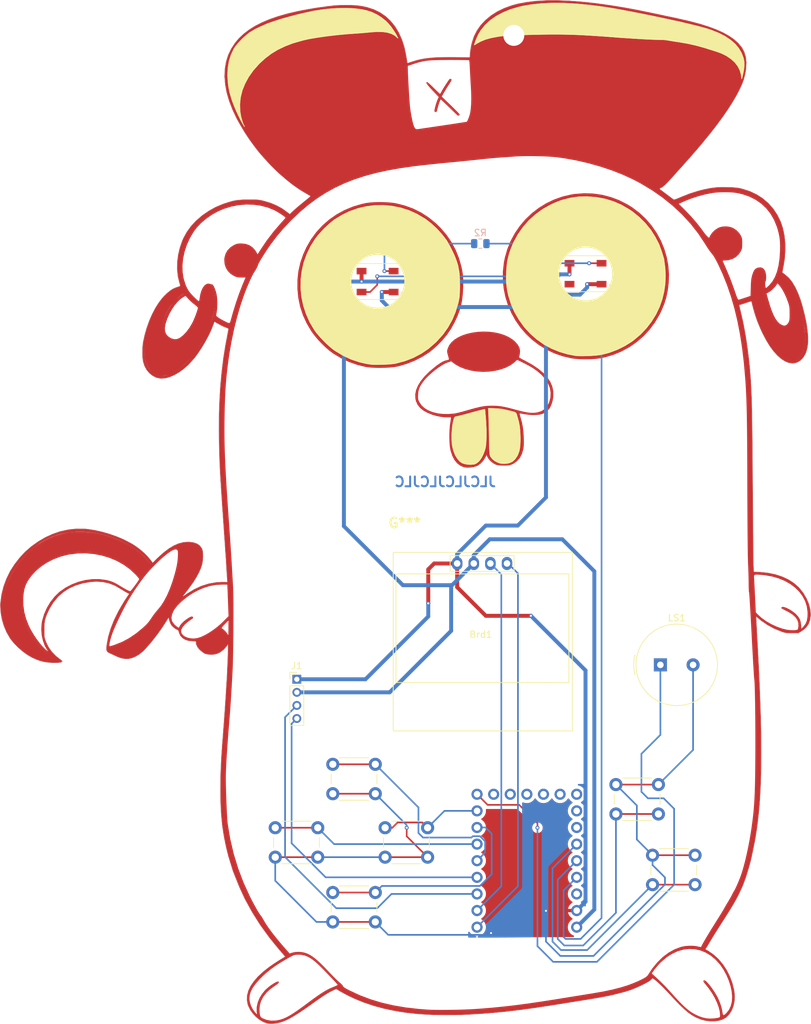
<source format=kicad_pcb>
(kicad_pcb (version 20240108) (generator "pcbnew") (generator_version "8.0")
  (layers (0 "F.Cu" signal) (31 "B.Cu" signal) (34 "B.Paste" user) (35 "F.Paste" user) (36 "B.SilkS" user "B.Silkscreen") (37 "F.SilkS" user "F.Silkscreen") (38 "B.Mask" user) (39 "F.Mask" user) (44 "Edge.Cuts" user))
  (net 0 "")
  (net 1 "GND")
  (net 2 "VCC")
  (net 3 "Net-(D1-DIN)")
  (net 4 "Net-(D1-DOUT)")
  (net 6 "/SDA")
  (net 7 "/SCL")
  (net 8 "/SDA1")
  (net 9 "/SCL1")
  (net 10 "Net-(U1-GP8)")
  (net 11 "/GP29")
  (net 12 "Net-(U1-GP4)")
  (net 13 "Net-(U1-GP5)")
  (net 14 "Net-(U1-GP6)")
  (net 15 "Net-(U1-GP7)")
  (net 16 "Net-(U1-GP28)")
  (net 17 "Net-(U1-GP27)")
  (footprint "LED_SMD:LED_WS2812B_PLCC4_5.0x5.0mm_P3.2mm" (layer "F.Cu") (at 93.85 70.7)
    (property "Reference" "D1" (hide yes))
    (property "Value" "WS2812B")
  )
  (footprint "LED_SMD:LED_WS2812B_PLCC4_5.0x5.0mm_P3.2mm" (layer "F.Cu") (at 125.65 69.5)
    (property "Reference" "D2" (hide yes))
    (property "Value" "WS2812B")
  )
  (footprint "rp2040-zero:my-rp2040-zero" (layer "F.Cu") (at 116.68 159.24 180)
    (property "Reference" "U1" (hide yes))
    (property "Value" "~" (hide yes))
  )
  (footprint "XIAO:128x64OLED" (layer "F.Cu") (at 109.64 124.4)
    (property "Reference" "Brd1")
    (property "Value" "SSD1306")
  )
  (footprint "gopher:gopher_pirate" (layer "F.Cu") (at 98 107.6)
    (property "Reference" "G***")
    (property "Value" "LOGO" (hide yes))
    (fp_line (start -61.87 12.53) (end -61.85 12.16) (stroke (width 0.05)) (layer "Edge.Cuts"))
    (fp_line (start -61.85 12.16) (end -61.69 10.91) (stroke (width 0.05)) (layer "Edge.Cuts"))
    (fp_line (start -61.83 13.59) (end -61.87 12.53) (stroke (width 0.05)) (layer "Edge.Cuts"))
    (fp_line (start -61.69 10.91) (end -61.36 9.64) (stroke (width 0.05)) (layer "Edge.Cuts"))
    (fp_line (start -61.65 14.66) (end -61.83 13.59) (stroke (width 0.05)) (layer "Edge.Cuts"))
    (fp_line (start -61.36 9.64) (end -60.92 8.48) (stroke (width 0.05)) (layer "Edge.Cuts"))
    (fp_line (start -61.35 15.7) (end -61.65 14.66) (stroke (width 0.05)) (layer "Edge.Cuts"))
    (fp_line (start -60.93 16.71) (end -61.35 15.7) (stroke (width 0.05)) (layer "Edge.Cuts"))
    (fp_line (start -60.92 8.48) (end -60.37 7.34) (stroke (width 0.05)) (layer "Edge.Cuts"))
    (fp_line (start -60.4 17.64) (end -60.93 16.71) (stroke (width 0.05)) (layer "Edge.Cuts"))
    (fp_line (start -60.37 7.34) (end -59.69 6.3) (stroke (width 0.05)) (layer "Edge.Cuts"))
    (fp_line (start -60.19 17.92) (end -60.4 17.64) (stroke (width 0.05)) (layer "Edge.Cuts"))
    (fp_line (start -59.77 18.43) (end -60.19 17.92) (stroke (width 0.05)) (layer "Edge.Cuts"))
    (fp_line (start -59.69 6.3) (end -58.85 5.22) (stroke (width 0.05)) (layer "Edge.Cuts"))
    (fp_line (start -59.14 19.07) (end -59.77 18.43) (stroke (width 0.05)) (layer "Edge.Cuts"))
    (fp_line (start -58.85 5.22) (end -58.05 4.36) (stroke (width 0.05)) (layer "Edge.Cuts"))
    (fp_line (start -58.46 19.66) (end -59.14 19.07) (stroke (width 0.05)) (layer "Edge.Cuts"))
    (fp_line (start -58.05 4.36) (end -57.14 3.58) (stroke (width 0.05)) (layer "Edge.Cuts"))
    (fp_line (start -57.73 20.19) (end -58.46 19.66) (stroke (width 0.05)) (layer "Edge.Cuts"))
    (fp_line (start -57.14 3.58) (end -56.07 2.82) (stroke (width 0.05)) (layer "Edge.Cuts"))
    (fp_line (start -57.07 20.58) (end -57.73 20.19) (stroke (width 0.05)) (layer "Edge.Cuts"))
    (fp_line (start -56.46 20.86) (end -57.07 20.58) (stroke (width 0.05)) (layer "Edge.Cuts"))
    (fp_line (start -56.07 2.82) (end -54.99 2.18) (stroke (width 0.05)) (layer "Edge.Cuts"))
    (fp_line (start -55.76 21.12) (end -56.46 20.86) (stroke (width 0.05)) (layer "Edge.Cuts"))
    (fp_line (start -55.09 15.85) (end -55.09 16.6) (stroke (width 0.05)) (layer "Edge.Cuts"))
    (fp_line (start -55.09 16.6) (end -55.09 17.14) (stroke (width 0.05)) (layer "Edge.Cuts"))
    (fp_line (start -55.09 17.14) (end -55.06 17.42) (stroke (width 0.05)) (layer "Edge.Cuts"))
    (fp_line (start -55.08 21.29) (end -55.76 21.12) (stroke (width 0.05)) (layer "Edge.Cuts"))
    (fp_line (start -55.06 15.34) (end -55.09 15.85) (stroke (width 0.05)) (layer "Edge.Cuts"))
    (fp_line (start -55.06 17.42) (end -55.02 17.64) (stroke (width 0.05)) (layer "Edge.Cuts"))
    (fp_line (start -55.02 17.64) (end -54.85 18.13) (stroke (width 0.05)) (layer "Edge.Cuts"))
    (fp_line (start -54.99 2.18) (end -53.88 1.67) (stroke (width 0.05)) (layer "Edge.Cuts"))
    (fp_line (start -54.99 14.89) (end -55.06 15.34) (stroke (width 0.05)) (layer "Edge.Cuts"))
    (fp_line (start -54.89 14.51) (end -54.99 14.89) (stroke (width 0.05)) (layer "Edge.Cuts"))
    (fp_line (start -54.85 18.13) (end -54.68 18.5) (stroke (width 0.05)) (layer "Edge.Cuts"))
    (fp_line (start -54.74 14.1) (end -54.89 14.51) (stroke (width 0.05)) (layer "Edge.Cuts"))
    (fp_line (start -54.68 18.5) (end -54.47 18.92) (stroke (width 0.05)) (layer "Edge.Cuts"))
    (fp_line (start -54.47 18.92) (end -54.24 19.26) (stroke (width 0.05)) (layer "Edge.Cuts"))
    (fp_line (start -54.45 13.45) (end -54.74 14.1) (stroke (width 0.05)) (layer "Edge.Cuts"))
    (fp_line (start -54.38 21.38) (end -55.08 21.29) (stroke (width 0.05)) (layer "Edge.Cuts"))
    (fp_line (start -54.24 13.03) (end -54.45 13.45) (stroke (width 0.05)) (layer "Edge.Cuts"))
    (fp_line (start -54.24 19.26) (end -53.95 19.67) (stroke (width 0.05)) (layer "Edge.Cuts"))
    (fp_line (start -53.95 19.67) (end -53.51 20.12) (stroke (width 0.05)) (layer "Edge.Cuts"))
    (fp_line (start -53.88 1.67) (end -52.67 1.25) (stroke (width 0.05)) (layer "Edge.Cuts"))
    (fp_line (start -53.67 12.12) (end -54.24 13.03) (stroke (width 0.05)) (layer "Edge.Cuts"))
    (fp_line (start -53.63 21.41) (end -54.38 21.38) (stroke (width 0.05)) (layer "Edge.Cuts"))
    (fp_line (start -53.52 11.95) (end -53.67 12.12) (stroke (width 0.05)) (layer "Edge.Cuts"))
    (fp_line (start -53.51 20.12) (end -53.3 20.34) (stroke (width 0.05)) (layer "Edge.Cuts"))
    (fp_line (start -53.3 20.34) (end -52.84 20.7) (stroke (width 0.05)) (layer "Edge.Cuts"))
    (fp_line (start -53.1 21.4) (end -53.63 21.41) (stroke (width 0.05)) (layer "Edge.Cuts"))
    (fp_line (start -52.95 11.27) (end -53.52 11.95) (stroke (width 0.05)) (layer "Edge.Cuts"))
    (fp_line (start -52.84 20.7) (end -52.54 20.93) (stroke (width 0.05)) (layer "Edge.Cuts"))
    (fp_line (start -52.7 21.37) (end -53.1 21.4) (stroke (width 0.05)) (layer "Edge.Cuts"))
    (fp_line (start -52.67 1.25) (end -51.43 0.99) (stroke (width 0.05)) (layer "Edge.Cuts"))
    (fp_line (start -52.54 20.93) (end -52.38 21.08) (stroke (width 0.05)) (layer "Edge.Cuts"))
    (fp_line (start -52.46 21.3) (end -52.7 21.37) (stroke (width 0.05)) (layer "Edge.Cuts"))
    (fp_line (start -52.38 21.08) (end -52.34 21.2) (stroke (width 0.05)) (layer "Edge.Cuts"))
    (fp_line (start -52.34 21.2) (end -52.46 21.3) (stroke (width 0.05)) (layer "Edge.Cuts"))
    (fp_line (start -52.17 10.59) (end -52.95 11.27) (stroke (width 0.05)) (layer "Edge.Cuts"))
    (fp_line (start -51.43 0.99) (end -50.21 0.86) (stroke (width 0.05)) (layer "Edge.Cuts"))
    (fp_line (start -51.29 10.02) (end -52.17 10.59) (stroke (width 0.05)) (layer "Edge.Cuts"))
    (fp_line (start -50.3 9.58) (end -51.29 10.02) (stroke (width 0.05)) (layer "Edge.Cuts"))
    (fp_line (start -50.21 0.86) (end -48.95 0.87) (stroke (width 0.05)) (layer "Edge.Cuts"))
    (fp_line (start -49.25 9.26) (end -50.3 9.58) (stroke (width 0.05)) (layer "Edge.Cuts"))
    (fp_line (start -48.95 0.87) (end -48.53 0.91) (stroke (width 0.05)) (layer "Edge.Cuts"))
    (fp_line (start -48.53 0.91) (end -47.46 1.07) (stroke (width 0.05)) (layer "Edge.Cuts"))
    (fp_line (start -48.06 9.05) (end -49.25 9.26) (stroke (width 0.05)) (layer "Edge.Cuts"))
    (fp_line (start -47.46 1.07) (end -46.32 1.32) (stroke (width 0.05)) (layer "Edge.Cuts"))
    (fp_line (start -47.13 8.99) (end -48.06 9.05) (stroke (width 0.05)) (layer "Edge.Cuts"))
    (fp_line (start -46.86 9.01) (end -47.13 8.99) (stroke (width 0.05)) (layer "Edge.Cuts"))
    (fp_line (start -46.32 1.32) (end -45.23 1.63) (stroke (width 0.05)) (layer "Edge.Cuts"))
    (fp_line (start -46.14 9.06) (end -46.86 9.01) (stroke (width 0.05)) (layer "Edge.Cuts"))
    (fp_line (start -45.65 19.12) (end -45.61 18.73) (stroke (width 0.05)) (layer "Edge.Cuts"))
    (fp_line (start -45.64 19.43) (end -45.65 19.12) (stroke (width 0.05)) (layer "Edge.Cuts"))
    (fp_line (start -45.61 18.73) (end -45.56 18.4) (stroke (width 0.05)) (layer "Edge.Cuts"))
    (fp_line (start -45.56 18.4) (end -45.46 17.86) (stroke (width 0.05)) (layer "Edge.Cuts"))
    (fp_line (start -45.55 19.65) (end -45.64 19.43) (stroke (width 0.05)) (layer "Edge.Cuts"))
    (fp_line (start -45.46 17.86) (end -45.37 17.39) (stroke (width 0.05)) (layer "Edge.Cuts"))
    (fp_line (start -45.39 19.81) (end -45.55 19.65) (stroke (width 0.05)) (layer "Edge.Cuts"))
    (fp_line (start -45.37 17.39) (end -45.11 16.52) (stroke (width 0.05)) (layer "Edge.Cuts"))
    (fp_line (start -45.23 1.63) (end -44.03 2.05) (stroke (width 0.05)) (layer "Edge.Cuts"))
    (fp_line (start -45.2 9.27) (end -46.14 9.06) (stroke (width 0.05)) (layer "Edge.Cuts"))
    (fp_line (start -45.2 19.92) (end -45.39 19.81) (stroke (width 0.05)) (layer "Edge.Cuts"))
    (fp_line (start -45.11 16.52) (end -44.97 16.07) (stroke (width 0.05)) (layer "Edge.Cuts"))
    (fp_line (start -44.97 16.07) (end -44.49 14.85) (stroke (width 0.05)) (layer "Edge.Cuts"))
    (fp_line (start -44.83 20.08) (end -45.2 19.92) (stroke (width 0.05)) (layer "Edge.Cuts"))
    (fp_line (start -44.49 14.85) (end -43.95 13.75) (stroke (width 0.05)) (layer "Edge.Cuts"))
    (fp_line (start -44.31 9.62) (end -45.2 9.27) (stroke (width 0.05)) (layer "Edge.Cuts"))
    (fp_line (start -44.03 2.05) (end -43.02 2.47) (stroke (width 0.05)) (layer "Edge.Cuts"))
    (fp_line (start -43.95 13.75) (end -43.79 13.44) (stroke (width 0.05)) (layer "Edge.Cuts"))
    (fp_line (start -43.91 20.51) (end -44.83 20.08) (stroke (width 0.05)) (layer "Edge.Cuts"))
    (fp_line (start -43.88 9.88) (end -44.31 9.62) (stroke (width 0.05)) (layer "Edge.Cuts"))
    (fp_line (start -43.79 13.44) (end -43.58 13.07) (stroke (width 0.05)) (layer "Edge.Cuts"))
    (fp_line (start -43.58 13.07) (end -43.26 12.53) (stroke (width 0.05)) (layer "Edge.Cuts"))
    (fp_line (start -43.33 20.71) (end -43.91 20.51) (stroke (width 0.05)) (layer "Edge.Cuts"))
    (fp_line (start -43.31 10.21) (end -43.88 9.88) (stroke (width 0.05)) (layer "Edge.Cuts"))
    (fp_line (start -43.26 12.53) (end -42.9 11.92) (stroke (width 0.05)) (layer "Edge.Cuts"))
    (fp_line (start -43.02 2.47) (end -41.67 3.18) (stroke (width 0.05)) (layer "Edge.Cuts"))
    (fp_line (start -42.9 11.92) (end -42.67 11.58) (stroke (width 0.05)) (layer "Edge.Cuts"))
    (fp_line (start -42.87 10.48) (end -43.31 10.21) (stroke (width 0.05)) (layer "Edge.Cuts"))
    (fp_line (start -42.78 20.8) (end -43.33 20.71) (stroke (width 0.05)) (layer "Edge.Cuts"))
    (fp_line (start -42.67 11.58) (end -42.49 11.3) (stroke (width 0.05)) (layer "Edge.Cuts"))
    (fp_line (start -42.49 11.3) (end -42.28 10.99) (stroke (width 0.05)) (layer "Edge.Cuts"))
    (fp_line (start -42.4 10.74) (end -42.87 10.48) (stroke (width 0.05)) (layer "Edge.Cuts"))
    (fp_line (start -42.28 10.99) (end -42.18 10.85) (stroke (width 0.05)) (layer "Edge.Cuts"))
    (fp_line (start -42.25 20.8) (end -42.78 20.8) (stroke (width 0.05)) (layer "Edge.Cuts"))
    (fp_line (start -42.18 10.85) (end -42.4 10.74) (stroke (width 0.05)) (layer "Edge.Cuts"))
    (fp_line (start -41.84 20.73) (end -42.25 20.8) (stroke (width 0.05)) (layer "Edge.Cuts"))
    (fp_line (start -41.67 3.18) (end -41.07 3.57) (stroke (width 0.05)) (layer "Edge.Cuts"))
    (fp_line (start -41.25 20.51) (end -41.84 20.73) (stroke (width 0.05)) (layer "Edge.Cuts"))
    (fp_line (start -41.07 3.57) (end -40.38 4.09) (stroke (width 0.05)) (layer "Edge.Cuts"))
    (fp_line (start -40.59 20.13) (end -41.25 20.51) (stroke (width 0.05)) (layer "Edge.Cuts"))
    (fp_line (start -40.38 4.09) (end -39.73 4.66) (stroke (width 0.05)) (layer "Edge.Cuts"))
    (fp_line (start -40.14 -26.3) (end -40.13 -26.69) (stroke (width 0.05)) (layer "Edge.Cuts"))
    (fp_line (start -40.14 -25.86) (end -40.14 -26.3) (stroke (width 0.05)) (layer "Edge.Cuts"))
    (fp_line (start -40.13 -26.69) (end -40.09 -27.25) (stroke (width 0.05)) (layer "Edge.Cuts"))
    (fp_line (start -40.13 -25.54) (end -40.14 -25.86) (stroke (width 0.05)) (layer "Edge.Cuts"))
    (fp_line (start -40.1 -25.08) (end -40.13 -25.54) (stroke (width 0.05)) (layer "Edge.Cuts"))
    (fp_line (start -40.09 -27.25) (end -40.04 -27.64) (stroke (width 0.05)) (layer "Edge.Cuts"))
    (fp_line (start -40.04 -27.64) (end -39.94 -28.09) (stroke (width 0.05)) (layer "Edge.Cuts"))
    (fp_line (start -40.02 -24.63) (end -40.1 -25.08) (stroke (width 0.05)) (layer "Edge.Cuts"))
    (fp_line (start -39.97 19.62) (end -40.59 20.13) (stroke (width 0.05)) (layer "Edge.Cuts"))
    (fp_line (start -39.94 -28.09) (end -39.78 -28.8) (stroke (width 0.05)) (layer "Edge.Cuts"))
    (fp_line (start -39.82 -23.98) (end -40.02 -24.63) (stroke (width 0.05)) (layer "Edge.Cuts"))
    (fp_line (start -39.78 -28.8) (end -39.52 -29.72) (stroke (width 0.05)) (layer "Edge.Cuts"))
    (fp_line (start -39.73 4.66) (end -39.21 5.2) (stroke (width 0.05)) (layer "Edge.Cuts"))
    (fp_line (start -39.52 -29.72) (end -39.17 -30.71) (stroke (width 0.05)) (layer "Edge.Cuts"))
    (fp_line (start -39.49 -23.37) (end -39.82 -23.98) (stroke (width 0.05)) (layer "Edge.Cuts"))
    (fp_line (start -39.39 19.01) (end -39.97 19.62) (stroke (width 0.05)) (layer "Edge.Cuts"))
    (fp_line (start -39.21 5.2) (end -38.8 5.7) (stroke (width 0.05)) (layer "Edge.Cuts"))
    (fp_line (start -39.17 -30.71) (end -39 -31.15) (stroke (width 0.05)) (layer "Edge.Cuts"))
    (fp_line (start -39.06 -22.86) (end -39.49 -23.37) (stroke (width 0.05)) (layer "Edge.Cuts"))
    (fp_line (start -39 -31.15) (end -38.79 -31.63) (stroke (width 0.05)) (layer "Edge.Cuts"))
    (fp_line (start -38.8 5.7) (end -38.54 6.06) (stroke (width 0.05)) (layer "Edge.Cuts"))
    (fp_line (start -38.79 -31.63) (end -38.62 -32) (stroke (width 0.05)) (layer "Edge.Cuts"))
    (fp_line (start -38.62 -32) (end -38.15 -32.9) (stroke (width 0.05)) (layer "Edge.Cuts"))
    (fp_line (start -38.56 -22.47) (end -39.06 -22.86) (stroke (width 0.05)) (layer "Edge.Cuts"))
    (fp_line (start -38.54 6.06) (end -37.99 5.5) (stroke (width 0.05)) (layer "Edge.Cuts"))
    (fp_line (start -38.53 18) (end -39.39 19.01) (stroke (width 0.05)) (layer "Edge.Cuts"))
    (fp_line (start -38.15 -32.9) (end -37.7 -33.61) (stroke (width 0.05)) (layer "Edge.Cuts"))
    (fp_line (start -38.01 -22.19) (end -38.56 -22.47) (stroke (width 0.05)) (layer "Edge.Cuts"))
    (fp_line (start -37.99 5.5) (end -37.39 4.94) (stroke (width 0.05)) (layer "Edge.Cuts"))
    (fp_line (start -37.76 17) (end -38.53 18) (stroke (width 0.05)) (layer "Edge.Cuts"))
    (fp_line (start -37.7 -33.61) (end -37.32 -34.12) (stroke (width 0.05)) (layer "Edge.Cuts"))
    (fp_line (start -37.42 -22.06) (end -38.01 -22.19) (stroke (width 0.05)) (layer "Edge.Cuts"))
    (fp_line (start -37.39 4.94) (end -36.83 4.45) (stroke (width 0.05)) (layer "Edge.Cuts"))
    (fp_line (start -37.32 -34.12) (end -37 -34.52) (stroke (width 0.05)) (layer "Edge.Cuts"))
    (fp_line (start -37.23 16.26) (end -37.76 17) (stroke (width 0.05)) (layer "Edge.Cuts"))
    (fp_line (start -37.21 -22.04) (end -37.42 -22.06) (stroke (width 0.05)) (layer "Edge.Cuts"))
    (fp_line (start -37 -34.52) (end -36.39 -35.13) (stroke (width 0.05)) (layer "Edge.Cuts"))
    (fp_line (start -36.83 4.45) (end -36.07 3.88) (stroke (width 0.05)) (layer "Edge.Cuts"))
    (fp_line (start -36.77 15.57) (end -37.23 16.26) (stroke (width 0.05)) (layer "Edge.Cuts"))
    (fp_line (start -36.59 -22.1) (end -37.21 -22.04) (stroke (width 0.05)) (layer "Edge.Cuts"))
    (fp_line (start -36.49 15.14) (end -36.77 15.57) (stroke (width 0.05)) (layer "Edge.Cuts"))
    (fp_line (start -36.39 -35.13) (end -35.8 -35.6) (stroke (width 0.05)) (layer "Edge.Cuts"))
    (fp_line (start -36.27 14.78) (end -36.49 15.14) (stroke (width 0.05)) (layer "Edge.Cuts"))
    (fp_line (start -36.12 14.52) (end -36.27 14.78) (stroke (width 0.05)) (layer "Edge.Cuts"))
    (fp_line (start -36.07 3.88) (end -35.29 3.42) (stroke (width 0.05)) (layer "Edge.Cuts"))
    (fp_line (start -36.06 14.77) (end -36.12 14.52) (stroke (width 0.05)) (layer "Edge.Cuts"))
    (fp_line (start -35.96 15.13) (end -36.06 14.77) (stroke (width 0.05)) (layer "Edge.Cuts"))
    (fp_line (start -35.91 -22.28) (end -36.59 -22.1) (stroke (width 0.05)) (layer "Edge.Cuts"))
    (fp_line (start -35.83 15.44) (end -35.96 15.13) (stroke (width 0.05)) (layer "Edge.Cuts"))
    (fp_line (start -35.8 -35.6) (end -35.48 -35.8) (stroke (width 0.05)) (layer "Edge.Cuts"))
    (fp_line (start -35.69 15.68) (end -35.83 15.44) (stroke (width 0.05)) (layer "Edge.Cuts"))
    (fp_line (start -35.55 15.83) (end -35.69 15.68) (stroke (width 0.05)) (layer "Edge.Cuts"))
    (fp_line (start -35.48 -35.8) (end -35.19 -35.94) (stroke (width 0.05)) (layer "Edge.Cuts"))
    (fp_line (start -35.37 16) (end -35.55 15.83) (stroke (width 0.05)) (layer "Edge.Cuts"))
    (fp_line (start -35.29 3.42) (end -34.57 3.11) (stroke (width 0.05)) (layer "Edge.Cuts"))
    (fp_line (start -35.22 -22.58) (end -35.91 -22.28) (stroke (width 0.05)) (layer "Edge.Cuts"))
    (fp_line (start -35.19 -35.94) (end -34.87 -36.06) (stroke (width 0.05)) (layer "Edge.Cuts"))
    (fp_line (start -35.12 16.19) (end -35.37 16) (stroke (width 0.05)) (layer "Edge.Cuts"))
    (fp_line (start -34.88 16.33) (end -35.12 16.19) (stroke (width 0.05)) (layer "Edge.Cuts"))
    (fp_line (start -34.87 -36.06) (end -34.51 -36.18) (stroke (width 0.05)) (layer "Edge.Cuts"))
    (fp_line (start -34.83 -38.8) (end -34.82 -39.89) (stroke (width 0.05)) (layer "Edge.Cuts"))
    (fp_line (start -34.82 -39.89) (end -34.67 -41) (stroke (width 0.05)) (layer "Edge.Cuts"))
    (fp_line (start -34.73 -37.78) (end -34.83 -38.8) (stroke (width 0.05)) (layer "Edge.Cuts"))
    (fp_line (start -34.72 16.37) (end -34.88 16.33) (stroke (width 0.05)) (layer "Edge.Cuts"))
    (fp_line (start -34.67 -41) (end -34.43 -42.04) (stroke (width 0.05)) (layer "Edge.Cuts"))
    (fp_line (start -34.64 16.47) (end -34.72 16.37) (stroke (width 0.05)) (layer "Edge.Cuts"))
    (fp_line (start -34.58 16.66) (end -34.64 16.47) (stroke (width 0.05)) (layer "Edge.Cuts"))
    (fp_line (start -34.57 3.11) (end -33.86 2.93) (stroke (width 0.05)) (layer "Edge.Cuts"))
    (fp_line (start -34.55 -36.96) (end -34.73 -37.78) (stroke (width 0.05)) (layer "Edge.Cuts"))
    (fp_line (start -34.54 16.8) (end -34.58 16.66) (stroke (width 0.05)) (layer "Edge.Cuts"))
    (fp_line (start -34.51 -36.18) (end -34.41 -36.21) (stroke (width 0.05)) (layer "Edge.Cuts"))
    (fp_line (start -34.48 -23.01) (end -35.22 -22.58) (stroke (width 0.05)) (layer "Edge.Cuts"))
    (fp_line (start -34.43 -42.04) (end -34.04 -43.18) (stroke (width 0.05)) (layer "Edge.Cuts"))
    (fp_line (start -34.42 -36.52) (end -34.55 -36.96) (stroke (width 0.05)) (layer "Edge.Cuts"))
    (fp_line (start -34.41 -36.21) (end -34.37 -36.27) (stroke (width 0.05)) (layer "Edge.Cuts"))
    (fp_line (start -34.37 -36.27) (end -34.42 -36.52) (stroke (width 0.05)) (layer "Edge.Cuts"))
    (fp_line (start -34.35 17.24) (end -34.54 16.8) (stroke (width 0.05)) (layer "Edge.Cuts"))
    (fp_line (start -34.04 -43.18) (end -33.85 -43.6) (stroke (width 0.05)) (layer "Edge.Cuts"))
    (fp_line (start -34.02 17.61) (end -34.35 17.24) (stroke (width 0.05)) (layer "Edge.Cuts"))
    (fp_line (start -33.89 11.19) (end -33.23 10.74) (stroke (width 0.05)) (layer "Edge.Cuts"))
    (fp_line (start -33.86 2.93) (end -33.13 2.87) (stroke (width 0.05)) (layer "Edge.Cuts"))
    (fp_line (start -33.85 -43.6) (end -33.32 -44.55) (stroke (width 0.05)) (layer "Edge.Cuts"))
    (fp_line (start -33.8 -23.5) (end -34.48 -23.01) (stroke (width 0.05)) (layer "Edge.Cuts"))
    (fp_line (start -33.58 17.88) (end -34.02 17.61) (stroke (width 0.05)) (layer "Edge.Cuts"))
    (fp_line (start -33.32 -44.55) (end -32.7 -45.4) (stroke (width 0.05)) (layer "Edge.Cuts"))
    (fp_line (start -33.23 10.74) (end -32.2 10.12) (stroke (width 0.05)) (layer "Edge.Cuts"))
    (fp_line (start -33.2 10.31) (end -33.89 11.19) (stroke (width 0.05)) (layer "Edge.Cuts"))
    (fp_line (start -33.13 2.87) (end -32.91 2.88) (stroke (width 0.05)) (layer "Edge.Cuts"))
    (fp_line (start -33.06 -24.15) (end -33.8 -23.5) (stroke (width 0.05)) (layer "Edge.Cuts"))
    (fp_line (start -33.05 18.05) (end -33.58 17.88) (stroke (width 0.05)) (layer "Edge.Cuts"))
    (fp_line (start -32.91 2.88) (end -32.28 2.97) (stroke (width 0.05)) (layer "Edge.Cuts"))
    (fp_line (start -32.7 -45.4) (end -32.12 -46.03) (stroke (width 0.05)) (layer "Edge.Cuts"))
    (fp_line (start -32.67 9.6) (end -33.2 10.31) (stroke (width 0.05)) (layer "Edge.Cuts"))
    (fp_line (start -32.42 18.11) (end -33.05 18.05) (stroke (width 0.05)) (layer "Edge.Cuts"))
    (fp_line (start -32.28 2.97) (end -31.74 3.15) (stroke (width 0.05)) (layer "Edge.Cuts"))
    (fp_line (start -32.23 8.97) (end -32.67 9.6) (stroke (width 0.05)) (layer "Edge.Cuts"))
    (fp_line (start -32.2 10.12) (end -31.09 9.6) (stroke (width 0.05)) (layer "Edge.Cuts"))
    (fp_line (start -32.12 -46.03) (end -31.86 -46.29) (stroke (width 0.05)) (layer "Edge.Cuts"))
    (fp_line (start -32.05 18.12) (end -32.42 18.11) (stroke (width 0.05)) (layer "Edge.Cuts"))
    (fp_line (start -32.04 -25.29) (end -33.06 -24.15) (stroke (width 0.05)) (layer "Edge.Cuts"))
    (fp_line (start -31.97 18.13) (end -32.05 18.12) (stroke (width 0.05)) (layer "Edge.Cuts"))
    (fp_line (start -31.95 18.22) (end -31.94 18.18) (stroke (width 0.05)) (layer "Edge.Cuts"))
    (fp_line (start -31.94 18.18) (end -31.97 18.13) (stroke (width 0.05)) (layer "Edge.Cuts"))
    (fp_line (start -31.94 18.45) (end -31.95 18.22) (stroke (width 0.05)) (layer "Edge.Cuts"))
    (fp_line (start -31.86 -46.29) (end -31.29 -46.78) (stroke (width 0.05)) (layer "Edge.Cuts"))
    (fp_line (start -31.83 18.78) (end -31.94 18.45) (stroke (width 0.05)) (layer "Edge.Cuts"))
    (fp_line (start -31.81 8.29) (end -32.23 8.97) (stroke (width 0.05)) (layer "Edge.Cuts"))
    (fp_line (start -31.74 3.15) (end -31.32 3.44) (stroke (width 0.05)) (layer "Edge.Cuts"))
    (fp_line (start -31.65 19.1) (end -31.83 18.78) (stroke (width 0.05)) (layer "Edge.Cuts"))
    (fp_line (start -31.54 -25.98) (end -32.04 -25.29) (stroke (width 0.05)) (layer "Edge.Cuts"))
    (fp_line (start -31.4 7.52) (end -31.81 8.29) (stroke (width 0.05)) (layer "Edge.Cuts"))
    (fp_line (start -31.38 19.42) (end -31.65 19.1) (stroke (width 0.05)) (layer "Edge.Cuts"))
    (fp_line (start -31.32 3.44) (end -31.02 3.85) (stroke (width 0.05)) (layer "Edge.Cuts"))
    (fp_line (start -31.29 -46.78) (end -30.98 -47.05) (stroke (width 0.05)) (layer "Edge.Cuts"))
    (fp_line (start -31.11 6.84) (end -31.4 7.52) (stroke (width 0.05)) (layer "Edge.Cuts"))
    (fp_line (start -31.09 9.6) (end -30.49 9.42) (stroke (width 0.05)) (layer "Edge.Cuts"))
    (fp_line (start -31.06 -26.71) (end -31.54 -25.98) (stroke (width 0.05)) (layer "Edge.Cuts"))
    (fp_line (start -31.02 3.85) (end -30.95 4.01) (stroke (width 0.05)) (layer "Edge.Cuts"))
    (fp_line (start -30.98 -47.05) (end -30.43 -47.42) (stroke (width 0.05)) (layer "Edge.Cuts"))
    (fp_line (start -30.95 4.01) (end -30.87 4.3) (stroke (width 0.05)) (layer "Edge.Cuts"))
    (fp_line (start -30.94 19.78) (end -31.38 19.42) (stroke (width 0.05)) (layer "Edge.Cuts"))
    (fp_line (start -30.91 6.15) (end -31.11 6.84) (stroke (width 0.05)) (layer "Edge.Cuts"))
    (fp_line (start -30.87 4.3) (end -30.83 4.72) (stroke (width 0.05)) (layer "Edge.Cuts"))
    (fp_line (start -30.85 5.65) (end -30.91 6.15) (stroke (width 0.05)) (layer "Edge.Cuts"))
    (fp_line (start -30.83 4.72) (end -30.82 5.16) (stroke (width 0.05)) (layer "Edge.Cuts"))
    (fp_line (start -30.82 5.16) (end -30.85 5.65) (stroke (width 0.05)) (layer "Edge.Cuts"))
    (fp_line (start -30.64 19.98) (end -30.94 19.78) (stroke (width 0.05)) (layer "Edge.Cuts"))
    (fp_line (start -30.49 9.42) (end -29.99 9.26) (stroke (width 0.05)) (layer "Edge.Cuts"))
    (fp_line (start -30.47 -27.68) (end -31.06 -26.71) (stroke (width 0.05)) (layer "Edge.Cuts"))
    (fp_line (start -30.43 -47.42) (end -29.96 -47.74) (stroke (width 0.05)) (layer "Edge.Cuts"))
    (fp_line (start -30.4 20.07) (end -30.64 19.98) (stroke (width 0.05)) (layer "Edge.Cuts"))
    (fp_line (start -30.01 -28.53) (end -30.47 -27.68) (stroke (width 0.05)) (layer "Edge.Cuts"))
    (fp_line (start -29.99 9.26) (end -28.92 9.07) (stroke (width 0.05)) (layer "Edge.Cuts"))
    (fp_line (start -29.96 -47.74) (end -28.93 -48.32) (stroke (width 0.05)) (layer "Edge.Cuts"))
    (fp_line (start -29.94 20.15) (end -30.4 20.07) (stroke (width 0.05)) (layer "Edge.Cuts"))
    (fp_line (start -29.58 -29.43) (end -30.01 -28.53) (stroke (width 0.05)) (layer "Edge.Cuts"))
    (fp_line (start -29.43 20.17) (end -29.94 20.15) (stroke (width 0.05)) (layer "Edge.Cuts"))
    (fp_line (start -29.23 -30.33) (end -29.58 -29.43) (stroke (width 0.05)) (layer "Edge.Cuts"))
    (fp_line (start -29.09 -30.73) (end -29.23 -30.33) (stroke (width 0.05)) (layer "Edge.Cuts"))
    (fp_line (start -28.94 20.1) (end -29.43 20.17) (stroke (width 0.05)) (layer "Edge.Cuts"))
    (fp_line (start -28.93 -48.32) (end -27.74 -48.81) (stroke (width 0.05)) (layer "Edge.Cuts"))
    (fp_line (start -28.92 9.07) (end -27.99 9) (stroke (width 0.05)) (layer "Edge.Cuts"))
    (fp_line (start -28.78 -30.55) (end -29.09 -30.73) (stroke (width 0.05)) (layer "Edge.Cuts"))
    (fp_line (start -28.48 19.94) (end -28.94 20.1) (stroke (width 0.05)) (layer "Edge.Cuts"))
    (fp_line (start -28.45 -14.13) (end -28.44 -15.79) (stroke (width 0.05)) (layer "Edge.Cuts"))
    (fp_line (start -28.44 -15.79) (end -28.41 -17.3) (stroke (width 0.05)) (layer "Edge.Cuts"))
    (fp_line (start -28.41 -17.3) (end -28.35 -18.79) (stroke (width 0.05)) (layer "Edge.Cuts"))
    (fp_line (start -28.41 -11.98) (end -28.45 -14.13) (stroke (width 0.05)) (layer "Edge.Cuts"))
    (fp_line (start -28.35 -18.79) (end -28.29 -19.9) (stroke (width 0.05)) (layer "Edge.Cuts"))
    (fp_line (start -28.35 -9.21) (end -28.41 -11.98) (stroke (width 0.05)) (layer "Edge.Cuts"))
    (fp_line (start -28.29 -19.9) (end -28.19 -21.31) (stroke (width 0.05)) (layer "Edge.Cuts"))
    (fp_line (start -28.27 -30.27) (end -28.78 -30.55) (stroke (width 0.05)) (layer "Edge.Cuts"))
    (fp_line (start -28.27 19.84) (end -28.48 19.94) (stroke (width 0.05)) (layer "Edge.Cuts"))
    (fp_line (start -28.22 -6.92) (end -28.35 -9.21) (stroke (width 0.05)) (layer "Edge.Cuts"))
    (fp_line (start -28.21 40.69) (end -28.2 40.1) (stroke (width 0.05)) (layer "Edge.Cuts"))
    (fp_line (start -28.21 41.51) (end -28.21 40.69) (stroke (width 0.05)) (layer "Edge.Cuts"))
    (fp_line (start -28.2 38.88) (end -28.16 37.7) (stroke (width 0.05)) (layer "Edge.Cuts"))
    (fp_line (start -28.2 40.1) (end -28.2 38.88) (stroke (width 0.05)) (layer "Edge.Cuts"))
    (fp_line (start -28.2 42.17) (end -28.21 41.51) (stroke (width 0.05)) (layer "Edge.Cuts"))
    (fp_line (start -28.19 -21.31) (end -28.08 -22.43) (stroke (width 0.05)) (layer "Edge.Cuts"))
    (fp_line (start -28.16 37.7) (end -28.04 35.32) (stroke (width 0.05)) (layer "Edge.Cuts"))
    (fp_line (start -28.16 43.39) (end -28.2 42.17) (stroke (width 0.05)) (layer "Edge.Cuts"))
    (fp_line (start -28.11 44.31) (end -28.16 43.39) (stroke (width 0.05)) (layer "Edge.Cuts"))
    (fp_line (start -28.08 -22.43) (end -28.01 -23.15) (stroke (width 0.05)) (layer "Edge.Cuts"))
    (fp_line (start -28.04 35.32) (end -27.9 33.39) (stroke (width 0.05)) (layer "Edge.Cuts"))
    (fp_line (start -28.04 45.14) (end -28.11 44.31) (stroke (width 0.05)) (layer "Edge.Cuts"))
    (fp_line (start -28.01 -23.15) (end -27.89 -24.21) (stroke (width 0.05)) (layer "Edge.Cuts"))
    (fp_line (start -28.01 45.5) (end -28.04 45.14) (stroke (width 0.05)) (layer "Edge.Cuts"))
    (fp_line (start -28 -3.53) (end -28.22 -6.92) (stroke (width 0.05)) (layer "Edge.Cuts"))
    (fp_line (start -27.99 9) (end -27.14 9.01) (stroke (width 0.05)) (layer "Edge.Cuts"))
    (fp_line (start -27.91 -30.08) (end -28.27 -30.27) (stroke (width 0.05)) (layer "Edge.Cuts"))
    (fp_line (start -27.9 33.39) (end -27.77 31.69) (stroke (width 0.05)) (layer "Edge.Cuts"))
    (fp_line (start -27.9 46.49) (end -28.01 45.5) (stroke (width 0.05)) (layer "Edge.Cuts"))
    (fp_line (start -27.89 -24.21) (end -27.79 -25.01) (stroke (width 0.05)) (layer "Edge.Cuts"))
    (fp_line (start -27.79 -25.01) (end -27.69 -25.69) (stroke (width 0.05)) (layer "Edge.Cuts"))
    (fp_line (start -27.77 -0.17) (end -28 -3.53) (stroke (width 0.05)) (layer "Edge.Cuts"))
    (fp_line (start -27.77 31.69) (end -27.62 29.69) (stroke (width 0.05)) (layer "Edge.Cuts"))
    (fp_line (start -27.77 47.34) (end -27.9 46.49) (stroke (width 0.05)) (layer "Edge.Cuts"))
    (fp_line (start -27.74 -48.81) (end -26.7 -49.14) (stroke (width 0.05)) (layer "Edge.Cuts"))
    (fp_line (start -27.71 19.43) (end -28.27 19.84) (stroke (width 0.05)) (layer "Edge.Cuts"))
    (fp_line (start -27.69 -25.69) (end -27.51 -26.81) (stroke (width 0.05)) (layer "Edge.Cuts"))
    (fp_line (start -27.63 -29.95) (end -27.91 -30.08) (stroke (width 0.05)) (layer "Edge.Cuts"))
    (fp_line (start -27.62 29.69) (end -27.49 27.77) (stroke (width 0.05)) (layer "Edge.Cuts"))
    (fp_line (start -27.62 48.22) (end -27.77 47.34) (stroke (width 0.05)) (layer "Edge.Cuts"))
    (fp_line (start -27.58 -68.22) (end -27.54 -69.38) (stroke (width 0.05)) (layer "Edge.Cuts"))
    (fp_line (start -27.54 -69.38) (end -27.35 -70.5) (stroke (width 0.05)) (layer "Edge.Cuts"))
    (fp_line (start -27.51 -26.81) (end -27.4 -27.43) (stroke (width 0.05)) (layer "Edge.Cuts"))
    (fp_line (start -27.49 3.84) (end -27.77 -0.17) (stroke (width 0.05)) (layer "Edge.Cuts"))
    (fp_line (start -27.49 27.77) (end -27.31 24.89) (stroke (width 0.05)) (layer "Edge.Cuts"))
    (fp_line (start -27.48 -67.03) (end -27.58 -68.22) (stroke (width 0.05)) (layer "Edge.Cuts"))
    (fp_line (start -27.4 -27.43) (end -27.22 -28.36) (stroke (width 0.05)) (layer "Edge.Cuts"))
    (fp_line (start -27.35 -70.5) (end -27.25 -70.83) (stroke (width 0.05)) (layer "Edge.Cuts"))
    (fp_line (start -27.34 5.97) (end -27.49 3.84) (stroke (width 0.05)) (layer "Edge.Cuts"))
    (fp_line (start -27.31 24.89) (end -27.21 23.36) (stroke (width 0.05)) (layer "Edge.Cuts"))
    (fp_line (start -27.29 49.8) (end -27.62 48.22) (stroke (width 0.05)) (layer "Edge.Cuts"))
    (fp_line (start -27.27 -65.84) (end -27.48 -67.03) (stroke (width 0.05)) (layer "Edge.Cuts"))
    (fp_line (start -27.25 -70.83) (end -27.03 -71.53) (stroke (width 0.05)) (layer "Edge.Cuts"))
    (fp_line (start -27.25 7.61) (end -27.34 5.97) (stroke (width 0.05)) (layer "Edge.Cuts"))
    (fp_line (start -27.24 18.92) (end -27.71 19.43) (stroke (width 0.05)) (layer "Edge.Cuts"))
    (fp_line (start -27.23 -29.8) (end -27.63 -29.95) (stroke (width 0.05)) (layer "Edge.Cuts"))
    (fp_line (start -27.22 -28.36) (end -27.07 -29.19) (stroke (width 0.05)) (layer "Edge.Cuts"))
    (fp_line (start -27.21 23.36) (end -27.17 22.55) (stroke (width 0.05)) (layer "Edge.Cuts"))
    (fp_line (start -27.19 -65.56) (end -27.27 -65.84) (stroke (width 0.05)) (layer "Edge.Cuts"))
    (fp_line (start -27.17 22.55) (end -27.13 21.57) (stroke (width 0.05)) (layer "Edge.Cuts"))
    (fp_line (start -27.14 9.01) (end -27.25 7.61) (stroke (width 0.05)) (layer "Edge.Cuts"))
    (fp_line (start -27.13 21.57) (end -27.07 20.06) (stroke (width 0.05)) (layer "Edge.Cuts"))
    (fp_line (start -27.07 -29.19) (end -26.98 -29.63) (stroke (width 0.05)) (layer "Edge.Cuts"))
    (fp_line (start -27.07 20.06) (end -27.06 19.09) (stroke (width 0.05)) (layer "Edge.Cuts"))
    (fp_line (start -27.06 19.09) (end -27.05 18.62) (stroke (width 0.05)) (layer "Edge.Cuts"))
    (fp_line (start -27.05 18.62) (end -27.24 18.92) (stroke (width 0.05)) (layer "Edge.Cuts"))
    (fp_line (start -27.04 -29.71) (end -27.23 -29.8) (stroke (width 0.05)) (layer "Edge.Cuts"))
    (fp_line (start -27.03 -71.53) (end -26.57 -72.5) (stroke (width 0.05)) (layer "Edge.Cuts"))
    (fp_line (start -27 50.94) (end -27.29 49.8) (stroke (width 0.05)) (layer "Edge.Cuts"))
    (fp_line (start -26.98 -29.63) (end -27.04 -29.71) (stroke (width 0.05)) (layer "Edge.Cuts"))
    (fp_line (start -26.88 -64.51) (end -27.19 -65.56) (stroke (width 0.05)) (layer "Edge.Cuts"))
    (fp_line (start -26.82 -64.35) (end -26.88 -64.51) (stroke (width 0.05)) (layer "Edge.Cuts"))
    (fp_line (start -26.7 -49.14) (end -26.2 -49.28) (stroke (width 0.05)) (layer "Edge.Cuts"))
    (fp_line (start -26.57 -72.5) (end -25.97 -73.41) (stroke (width 0.05)) (layer "Edge.Cuts"))
    (fp_line (start -26.37 -63.18) (end -26.82 -64.35) (stroke (width 0.05)) (layer "Edge.Cuts"))
    (fp_line (start -26.3 53.23) (end -27 50.94) (stroke (width 0.05)) (layer "Edge.Cuts"))
    (fp_line (start -26.2 -49.28) (end -25.7 -49.36) (stroke (width 0.05)) (layer "Edge.Cuts"))
    (fp_line (start -25.97 -73.41) (end -25.37 -74.13) (stroke (width 0.05)) (layer "Edge.Cuts"))
    (fp_line (start -25.76 -61.88) (end -26.37 -63.18) (stroke (width 0.05)) (layer "Edge.Cuts"))
    (fp_line (start -25.7 -49.36) (end -25.26 -49.41) (stroke (width 0.05)) (layer "Edge.Cuts"))
    (fp_line (start -25.4 -61.22) (end -25.76 -61.88) (stroke (width 0.05)) (layer "Edge.Cuts"))
    (fp_line (start -25.37 -74.13) (end -24.66 -74.79) (stroke (width 0.05)) (layer "Edge.Cuts"))
    (fp_line (start -25.26 -49.41) (end -24.71 -49.45) (stroke (width 0.05)) (layer "Edge.Cuts"))
    (fp_line (start -25.18 55.98) (end -26.3 53.23) (stroke (width 0.05)) (layer "Edge.Cuts"))
    (fp_line (start -24.71 -49.45) (end -23.78 -49.46) (stroke (width 0.05)) (layer "Edge.Cuts"))
    (fp_line (start -24.66 -74.79) (end -23.82 -75.43) (stroke (width 0.05)) (layer "Edge.Cuts"))
    (fp_line (start -24.52 -59.71) (end -25.4 -61.22) (stroke (width 0.05)) (layer "Edge.Cuts"))
    (fp_line (start -24.47 57.51) (end -25.18 55.98) (stroke (width 0.05)) (layer "Edge.Cuts"))
    (fp_line (start -24.16 72.94) (end -24.13 72.24) (stroke (width 0.05)) (layer "Edge.Cuts"))
    (fp_line (start -24.13 72.24) (end -23.94 71.51) (stroke (width 0.05)) (layer "Edge.Cuts"))
    (fp_line (start -24.04 73.61) (end -24.16 72.94) (stroke (width 0.05)) (layer "Edge.Cuts"))
    (fp_line (start -23.96 73.83) (end -24.04 73.61) (stroke (width 0.05)) (layer "Edge.Cuts"))
    (fp_line (start -23.94 71.51) (end -23.61 70.8) (stroke (width 0.05)) (layer "Edge.Cuts"))
    (fp_line (start -23.82 -75.43) (end -22.88 -76.02) (stroke (width 0.05)) (layer "Edge.Cuts"))
    (fp_line (start -23.78 -49.46) (end -23.42 -49.46) (stroke (width 0.05)) (layer "Edge.Cuts"))
    (fp_line (start -23.72 58.88) (end -24.47 57.51) (stroke (width 0.05)) (layer "Edge.Cuts"))
    (fp_line (start -23.65 74.47) (end -23.96 73.83) (stroke (width 0.05)) (layer "Edge.Cuts"))
    (fp_line (start -23.64 -58.38) (end -24.52 -59.71) (stroke (width 0.05)) (layer "Edge.Cuts"))
    (fp_line (start -23.61 70.8) (end -23.1 70.07) (stroke (width 0.05)) (layer "Edge.Cuts"))
    (fp_line (start -23.42 -49.46) (end -22.59 -49.45) (stroke (width 0.05)) (layer "Edge.Cuts"))
    (fp_line (start -23.37 59.51) (end -23.72 58.88) (stroke (width 0.05)) (layer "Edge.Cuts"))
    (fp_line (start -23.25 75.02) (end -23.65 74.47) (stroke (width 0.05)) (layer "Edge.Cuts"))
    (fp_line (start -23.1 70.07) (end -22.48 69.34) (stroke (width 0.05)) (layer "Edge.Cuts"))
    (fp_line (start -22.88 -76.02) (end -21.87 -76.53) (stroke (width 0.05)) (layer "Edge.Cuts"))
    (fp_line (start -22.78 75.53) (end -23.25 75.02) (stroke (width 0.05)) (layer "Edge.Cuts"))
    (fp_line (start -22.59 -49.45) (end -22.23 -49.41) (stroke (width 0.05)) (layer "Edge.Cuts"))
    (fp_line (start -22.52 60.87) (end -23.37 59.51) (stroke (width 0.05)) (layer "Edge.Cuts"))
    (fp_line (start -22.48 69.34) (end -21.67 68.59) (stroke (width 0.05)) (layer "Edge.Cuts"))
    (fp_line (start -22.28 -56.59) (end -23.64 -58.38) (stroke (width 0.05)) (layer "Edge.Cuts"))
    (fp_line (start -22.23 -49.41) (end -21.66 -49.29) (stroke (width 0.05)) (layer "Edge.Cuts"))
    (fp_line (start -22.19 76) (end -22.78 75.53) (stroke (width 0.05)) (layer "Edge.Cuts"))
    (fp_line (start -22.13 61.48) (end -22.52 60.87) (stroke (width 0.05)) (layer "Edge.Cuts"))
    (fp_line (start -21.87 -76.53) (end -20.64 -77.05) (stroke (width 0.05)) (layer "Edge.Cuts"))
    (fp_line (start -21.67 68.59) (end -20.73 67.85) (stroke (width 0.05)) (layer "Edge.Cuts"))
    (fp_line (start -21.66 -49.29) (end -21 -49.1) (stroke (width 0.05)) (layer "Edge.Cuts"))
    (fp_line (start -21.62 76.33) (end -22.19 76) (stroke (width 0.05)) (layer "Edge.Cuts"))
    (fp_line (start -21.45 62.42) (end -22.13 61.48) (stroke (width 0.05)) (layer "Edge.Cuts"))
    (fp_line (start -21.05 76.53) (end -21.62 76.33) (stroke (width 0.05)) (layer "Edge.Cuts"))
    (fp_line (start -21 -49.1) (end -20.46 -48.93) (stroke (width 0.05)) (layer "Edge.Cuts"))
    (fp_line (start -20.93 76.55) (end -21.05 76.53) (stroke (width 0.05)) (layer "Edge.Cuts"))
    (fp_line (start -20.73 67.85) (end -19.96 67.32) (stroke (width 0.05)) (layer "Edge.Cuts"))
    (fp_line (start -20.68 63.47) (end -21.45 62.42) (stroke (width 0.05)) (layer "Edge.Cuts"))
    (fp_line (start -20.64 -77.05) (end -19.66 -77.39) (stroke (width 0.05)) (layer "Edge.Cuts"))
    (fp_line (start -20.57 -54.7) (end -22.28 -56.59) (stroke (width 0.05)) (layer "Edge.Cuts"))
    (fp_line (start -20.48 76.58) (end -20.93 76.55) (stroke (width 0.05)) (layer "Edge.Cuts"))
    (fp_line (start -20.46 -48.93) (end -19.59 -48.56) (stroke (width 0.05)) (layer "Edge.Cuts"))
    (fp_line (start -20.31 63.92) (end -20.68 63.47) (stroke (width 0.05)) (layer "Edge.Cuts"))
    (fp_line (start -19.96 67.32) (end -19.37 66.94) (stroke (width 0.05)) (layer "Edge.Cuts"))
    (fp_line (start -19.96 76.56) (end -20.48 76.58) (stroke (width 0.05)) (layer "Edge.Cuts"))
    (fp_line (start -19.89 64.45) (end -20.31 63.92) (stroke (width 0.05)) (layer "Edge.Cuts"))
    (fp_line (start -19.66 -77.39) (end -18.91 -77.62) (stroke (width 0.05)) (layer "Edge.Cuts"))
    (fp_line (start -19.59 -48.56) (end -18.72 -48.09) (stroke (width 0.05)) (layer "Edge.Cuts"))
    (fp_line (start -19.45 76.48) (end -19.96 76.56) (stroke (width 0.05)) (layer "Edge.Cuts"))
    (fp_line (start -19.42 -53.55) (end -20.57 -54.7) (stroke (width 0.05)) (layer "Edge.Cuts"))
    (fp_line (start -19.37 66.94) (end -19 66.71) (stroke (width 0.05)) (layer "Edge.Cuts"))
    (fp_line (start -19.11 65.39) (end -19.89 64.45) (stroke (width 0.05)) (layer "Edge.Cuts"))
    (fp_line (start -19 66.71) (end -18.62 66.48) (stroke (width 0.05)) (layer "Edge.Cuts"))
    (fp_line (start -18.96 76.37) (end -19.45 76.48) (stroke (width 0.05)) (layer "Edge.Cuts"))
    (fp_line (start -18.91 -77.62) (end -17.78 -77.94) (stroke (width 0.05)) (layer "Edge.Cuts"))
    (fp_line (start -18.72 -48.09) (end -18.1 -47.64) (stroke (width 0.05)) (layer "Edge.Cuts"))
    (fp_line (start -18.62 65.95) (end -19.11 65.39) (stroke (width 0.05)) (layer "Edge.Cuts"))
    (fp_line (start -18.62 66.48) (end -18.46 66.39) (stroke (width 0.05)) (layer "Edge.Cuts"))
    (fp_line (start -18.46 66.39) (end -18.33 66.3) (stroke (width 0.05)) (layer "Edge.Cuts"))
    (fp_line (start -18.46 76.2) (end -18.96 76.37) (stroke (width 0.05)) (layer "Edge.Cuts"))
    (fp_line (start -18.33 66.3) (end -18.62 65.95) (stroke (width 0.05)) (layer "Edge.Cuts"))
    (fp_line (start -18.1 -47.64) (end -17.58 -47.25) (stroke (width 0.05)) (layer "Edge.Cuts"))
    (fp_line (start -18.06 -52.39) (end -19.42 -53.55) (stroke (width 0.05)) (layer "Edge.Cuts"))
    (fp_line (start -18.01 76.01) (end -18.46 76.2) (stroke (width 0.05)) (layer "Edge.Cuts"))
    (fp_line (start -17.78 -77.94) (end -16.38 -78.26) (stroke (width 0.05)) (layer "Edge.Cuts"))
    (fp_line (start -17.58 -47.25) (end -16.92 -47.87) (stroke (width 0.05)) (layer "Edge.Cuts"))
    (fp_line (start -17.46 75.72) (end -18.01 76.01) (stroke (width 0.05)) (layer "Edge.Cuts"))
    (fp_line (start -17.17 -51.68) (end -18.06 -52.39) (stroke (width 0.05)) (layer "Edge.Cuts"))
    (fp_line (start -16.92 -47.87) (end -16.22 -48.48) (stroke (width 0.05)) (layer "Edge.Cuts"))
    (fp_line (start -16.42 -51.15) (end -17.17 -51.68) (stroke (width 0.05)) (layer "Edge.Cuts"))
    (fp_line (start -16.38 -78.26) (end -15.28 -78.47) (stroke (width 0.05)) (layer "Edge.Cuts"))
    (fp_line (start -16.29 75.02) (end -17.46 75.72) (stroke (width 0.05)) (layer "Edge.Cuts"))
    (fp_line (start -16.22 -48.48) (end -15.15 -49.36) (stroke (width 0.05)) (layer "Edge.Cuts"))
    (fp_line (start -15.83 -50.77) (end -16.42 -51.15) (stroke (width 0.05)) (layer "Edge.Cuts"))
    (fp_line (start -15.71 74.63) (end -16.29 75.02) (stroke (width 0.05)) (layer "Edge.Cuts"))
    (fp_line (start -15.28 -78.47) (end -13.54 -78.78) (stroke (width 0.05)) (layer "Edge.Cuts"))
    (fp_line (start -15.15 -49.36) (end -14.44 -49.95) (stroke (width 0.05)) (layer "Edge.Cuts"))
    (fp_line (start -14.98 74.14) (end -15.71 74.63) (stroke (width 0.05)) (layer "Edge.Cuts"))
    (fp_line (start -14.89 -50.22) (end -15.83 -50.77) (stroke (width 0.05)) (layer "Edge.Cuts"))
    (fp_line (start -14.44 -49.95) (end -14.89 -50.22) (stroke (width 0.05)) (layer "Edge.Cuts"))
    (fp_line (start -13.61 73.16) (end -14.98 74.14) (stroke (width 0.05)) (layer "Edge.Cuts"))
    (fp_line (start -13.54 -78.78) (end -11.69 -79.02) (stroke (width 0.05)) (layer "Edge.Cuts"))
    (fp_line (start -12.83 72.61) (end -13.61 73.16) (stroke (width 0.05)) (layer "Edge.Cuts"))
    (fp_line (start -12.15 72.16) (end -12.83 72.61) (stroke (width 0.05)) (layer "Edge.Cuts"))
    (fp_line (start -11.69 -79.02) (end -10.75 -79.14) (stroke (width 0.05)) (layer "Edge.Cuts"))
    (fp_line (start -11.48 71.76) (end -12.15 72.16) (stroke (width 0.05)) (layer "Edge.Cuts"))
    (fp_line (start -10.9 71.47) (end -11.48 71.76) (stroke (width 0.05)) (layer "Edge.Cuts"))
    (fp_line (start -10.75 -79.14) (end -10.29 -79.17) (stroke (width 0.05)) (layer "Edge.Cuts"))
    (fp_line (start -10.64 71.35) (end -10.9 71.47) (stroke (width 0.05)) (layer "Edge.Cuts"))
    (fp_line (start -10.51 71.31) (end -10.64 71.35) (stroke (width 0.05)) (layer "Edge.Cuts"))
    (fp_line (start -10.42 71.31) (end -10.51 71.31) (stroke (width 0.05)) (layer "Edge.Cuts"))
    (fp_line (start -10.36 71.34) (end -10.42 71.31) (stroke (width 0.05)) (layer "Edge.Cuts"))
    (fp_line (start -10.29 -79.17) (end -8.99 -79.2) (stroke (width 0.05)) (layer "Edge.Cuts"))
    (fp_line (start -10.09 71.52) (end -10.36 71.34) (stroke (width 0.05)) (layer "Edge.Cuts"))
    (fp_line (start -9.44 71.89) (end -10.09 71.52) (stroke (width 0.05)) (layer "Edge.Cuts"))
    (fp_line (start -8.99 -79.2) (end -8.08 -79.18) (stroke (width 0.05)) (layer "Edge.Cuts"))
    (fp_line (start -8.69 72.29) (end -9.44 71.89) (stroke (width 0.05)) (layer "Edge.Cuts"))
    (fp_line (start -8.08 -79.18) (end -7.56 -79.16) (stroke (width 0.05)) (layer "Edge.Cuts"))
    (fp_line (start -7.63 72.79) (end -8.69 72.29) (stroke (width 0.05)) (layer "Edge.Cuts"))
    (fp_line (start -7.56 -79.16) (end -6.99 -79.1) (stroke (width 0.05)) (layer "Edge.Cuts"))
    (fp_line (start -6.99 -79.1) (end -6.51 -79.03) (stroke (width 0.05)) (layer "Edge.Cuts"))
    (fp_line (start -6.51 -79.03) (end -5.75 -78.87) (stroke (width 0.05)) (layer "Edge.Cuts"))
    (fp_line (start -6.21 73.37) (end -7.63 72.79) (stroke (width 0.05)) (layer "Edge.Cuts"))
    (fp_line (start -5.75 -78.87) (end -4.71 -78.53) (stroke (width 0.05)) (layer "Edge.Cuts"))
    (fp_line (start -4.71 -78.53) (end -3.76 -78.07) (stroke (width 0.05)) (layer "Edge.Cuts"))
    (fp_line (start -4.7 73.87) (end -6.21 73.37) (stroke (width 0.05)) (layer "Edge.Cuts"))
    (fp_line (start -3.76 -78.07) (end -2.9 -77.48) (stroke (width 0.05)) (layer "Edge.Cuts"))
    (fp_line (start -3.14 74.29) (end -4.7 73.87) (stroke (width 0.05)) (layer "Edge.Cuts"))
    (fp_line (start -2.9 -77.48) (end -2.14 -76.77) (stroke (width 0.05)) (layer "Edge.Cuts"))
    (fp_line (start -2.14 -76.77) (end -1.44 -75.91) (stroke (width 0.05)) (layer "Edge.Cuts"))
    (fp_line (start -1.44 -75.91) (end -0.89 -74.99) (stroke (width 0.05)) (layer "Edge.Cuts"))
    (fp_line (start -1.3 74.67) (end -3.14 74.29) (stroke (width 0.05)) (layer "Edge.Cuts"))
    (fp_line (start -0.89 -74.99) (end -0.38 -73.86) (stroke (width 0.05)) (layer "Edge.Cuts"))
    (fp_line (start -0.38 -73.86) (end -0.22 -73.36) (stroke (width 0.05)) (layer "Edge.Cuts"))
    (fp_line (start -0.22 -73.36) (end -0.02 -72.72) (stroke (width 0.05)) (layer "Edge.Cuts"))
    (fp_line (start -0.02 -72.72) (end 0.15 -71.93) (stroke (width 0.05)) (layer "Edge.Cuts"))
    (fp_line (start 0.11 74.9) (end -1.3 74.67) (stroke (width 0.05)) (layer "Edge.Cuts"))
    (fp_line (start 0.15 -71.93) (end 0.25 -71.43) (stroke (width 0.05)) (layer "Edge.Cuts"))
    (fp_line (start 0.25 -71.43) (end 0.34 -70.89) (stroke (width 0.05)) (layer "Edge.Cuts"))
    (fp_line (start 0.34 -70.89) (end 0.41 -70.47) (stroke (width 0.05)) (layer "Edge.Cuts"))
    (fp_line (start 0.41 -70.47) (end 0.43 -70.33) (stroke (width 0.05)) (layer "Edge.Cuts"))
    (fp_line (start 0.43 -70.33) (end 0.91 -70.48) (stroke (width 0.05)) (layer "Edge.Cuts"))
    (fp_line (start 0.91 -70.48) (end 1.72 -70.73) (stroke (width 0.05)) (layer "Edge.Cuts"))
    (fp_line (start 1.72 -70.73) (end 2.3 -70.88) (stroke (width 0.05)) (layer "Edge.Cuts"))
    (fp_line (start 2.01 75.1) (end 0.11 74.9) (stroke (width 0.05)) (layer "Edge.Cuts"))
    (fp_line (start 2.3 -70.88) (end 2.92 -71) (stroke (width 0.05)) (layer "Edge.Cuts"))
    (fp_line (start 2.84 75.16) (end 2.01 75.1) (stroke (width 0.05)) (layer "Edge.Cuts"))
    (fp_line (start 2.92 -71) (end 3.67 -71.1) (stroke (width 0.05)) (layer "Edge.Cuts"))
    (fp_line (start 3.67 -71.1) (end 4.37 -71.17) (stroke (width 0.05)) (layer "Edge.Cuts"))
    (fp_line (start 4.37 -71.17) (end 5.44 -71.21) (stroke (width 0.05)) (layer "Edge.Cuts"))
    (fp_line (start 4.84 75.25) (end 2.84 75.16) (stroke (width 0.05)) (layer "Edge.Cuts"))
    (fp_line (start 5.44 -71.21) (end 6.09 -71.23) (stroke (width 0.05)) (layer "Edge.Cuts"))
    (fp_line (start 6.09 -71.23) (end 7.36 -71.23) (stroke (width 0.05)) (layer "Edge.Cuts"))
    (fp_line (start 7.36 -71.23) (end 7.7 -71.23) (stroke (width 0.05)) (layer "Edge.Cuts"))
    (fp_line (start 7.7 -71.23) (end 8.86 -71.21) (stroke (width 0.05)) (layer "Edge.Cuts"))
    (fp_line (start 7.81 75.26) (end 4.84 75.25) (stroke (width 0.05)) (layer "Edge.Cuts"))
    (fp_line (start 8.86 -71.21) (end 9.71 -71.2) (stroke (width 0.05)) (layer "Edge.Cuts"))
    (fp_line (start 9.54 75.2) (end 7.81 75.26) (stroke (width 0.05)) (layer "Edge.Cuts"))
    (fp_line (start 9.71 -71.2) (end 9.86 -71.2) (stroke (width 0.05)) (layer "Edge.Cuts"))
    (fp_line (start 9.86 -71.2) (end 9.92 -71.2) (stroke (width 0.05)) (layer "Edge.Cuts"))
    (fp_line (start 9.92 -71.2) (end 9.94 -71.55) (stroke (width 0.05)) (layer "Edge.Cuts"))
    (fp_line (start 9.94 -71.55) (end 9.99 -72.04) (stroke (width 0.05)) (layer "Edge.Cuts"))
    (fp_line (start 9.99 -72.04) (end 10.1 -72.79) (stroke (width 0.05)) (layer "Edge.Cuts"))
    (fp_line (start 10.1 -72.79) (end 10.24 -73.4) (stroke (width 0.05)) (layer "Edge.Cuts"))
    (fp_line (start 10.24 -73.4) (end 10.56 -74.4) (stroke (width 0.05)) (layer "Edge.Cuts"))
    (fp_line (start 10.56 -74.4) (end 11.03 -75.31) (stroke (width 0.05)) (layer "Edge.Cuts"))
    (fp_line (start 11.03 -75.31) (end 11.61 -76.14) (stroke (width 0.05)) (layer "Edge.Cuts"))
    (fp_line (start 11.61 -76.14) (end 12.34 -76.9) (stroke (width 0.05)) (layer "Edge.Cuts"))
    (fp_line (start 12.34 -76.9) (end 13.18 -77.6) (stroke (width 0.05)) (layer "Edge.Cuts"))
    (fp_line (start 12.74 74.99) (end 9.54 75.2) (stroke (width 0.05)) (layer "Edge.Cuts"))
    (fp_line (start 13.18 -77.6) (end 14.15 -78.22) (stroke (width 0.05)) (layer "Edge.Cuts"))
    (fp_line (start 14.15 -78.22) (end 15.19 -78.72) (stroke (width 0.05)) (layer "Edge.Cuts"))
    (fp_line (start 14.82 74.8) (end 12.74 74.99) (stroke (width 0.05)) (layer "Edge.Cuts"))
    (fp_line (start 15.19 -78.72) (end 16.4 -79.16) (stroke (width 0.05)) (layer "Edge.Cuts"))
    (fp_line (start 16.4 -79.16) (end 17.35 -79.41) (stroke (width 0.05)) (layer "Edge.Cuts"))
    (fp_line (start 16.64 74.6) (end 14.82 74.8) (stroke (width 0.05)) (layer "Edge.Cuts"))
    (fp_line (start 17.35 -79.41) (end 18.64 -79.64) (stroke (width 0.05)) (layer "Edge.Cuts"))
    (fp_line (start 18.59 74.35) (end 16.64 74.6) (stroke (width 0.05)) (layer "Edge.Cuts"))
    (fp_line (start 18.64 -79.64) (end 18.79 -79.67) (stroke (width 0.05)) (layer "Edge.Cuts"))
    (fp_line (start 18.79 -79.67) (end 20.07 -79.82) (stroke (width 0.05)) (layer "Edge.Cuts"))
    (fp_line (start 19.99 74.16) (end 18.59 74.35) (stroke (width 0.05)) (layer "Edge.Cuts"))
    (fp_line (start 20.07 -79.82) (end 21.67 -79.91) (stroke (width 0.05)) (layer "Edge.Cuts"))
    (fp_line (start 21.08 73.99) (end 19.99 74.16) (stroke (width 0.05)) (layer "Edge.Cuts"))
    (fp_line (start 21.67 -79.91) (end 22.4 -79.91) (stroke (width 0.05)) (layer "Edge.Cuts"))
    (fp_line (start 22.4 -79.91) (end 23.05 -79.92) (stroke (width 0.05)) (layer "Edge.Cuts"))
    (fp_line (start 22.87 73.72) (end 21.08 73.99) (stroke (width 0.05)) (layer "Edge.Cuts"))
    (fp_line (start 23.05 -79.92) (end 23.31 -79.92) (stroke (width 0.05)) (layer "Edge.Cuts"))
    (fp_line (start 23.31 -79.92) (end 24.3 -79.88) (stroke (width 0.05)) (layer "Edge.Cuts"))
    (fp_line (start 24.3 -79.88) (end 25.13 -79.85) (stroke (width 0.05)) (layer "Edge.Cuts"))
    (fp_line (start 25.13 -79.85) (end 25.69 -79.81) (stroke (width 0.05)) (layer "Edge.Cuts"))
    (fp_line (start 25.69 -79.81) (end 26.15 -79.78) (stroke (width 0.05)) (layer "Edge.Cuts"))
    (fp_line (start 26.01 73.21) (end 22.87 73.72) (stroke (width 0.05)) (layer "Edge.Cuts"))
    (fp_line (start 26.15 -79.78) (end 26.68 -79.74) (stroke (width 0.05)) (layer "Edge.Cuts"))
    (fp_line (start 26.68 -79.74) (end 27.07 -79.71) (stroke (width 0.05)) (layer "Edge.Cuts"))
    (fp_line (start 27.07 -79.71) (end 29.37 -79.46) (stroke (width 0.05)) (layer "Edge.Cuts"))
    (fp_line (start 27.42 72.99) (end 26.01 73.21) (stroke (width 0.05)) (layer "Edge.Cuts"))
    (fp_line (start 28.98 72.73) (end 27.42 72.99) (stroke (width 0.05)) (layer "Edge.Cuts"))
    (fp_line (start 29.37 -79.46) (end 30.86 -79.25) (stroke (width 0.05)) (layer "Edge.Cuts"))
    (fp_line (start 29.5 72.64) (end 28.98 72.73) (stroke (width 0.05)) (layer "Edge.Cuts"))
    (fp_line (start 30.36 72.49) (end 29.5 72.64) (stroke (width 0.05)) (layer "Edge.Cuts"))
    (fp_line (start 30.86 -79.25) (end 31.3 -79.19) (stroke (width 0.05)) (layer "Edge.Cuts"))
    (fp_line (start 31.3 -79.19) (end 32.24 -79.04) (stroke (width 0.05)) (layer "Edge.Cuts"))
    (fp_line (start 31.67 72.22) (end 30.36 72.49) (stroke (width 0.05)) (layer "Edge.Cuts"))
    (fp_line (start 32.24 -79.04) (end 33.54 -78.83) (stroke (width 0.05)) (layer "Edge.Cuts"))
    (fp_line (start 33.54 -78.83) (end 34.28 -78.69) (stroke (width 0.05)) (layer "Edge.Cuts"))
    (fp_line (start 33.6 71.73) (end 31.67 72.22) (stroke (width 0.05)) (layer "Edge.Cuts"))
    (fp_line (start 34.28 -78.69) (end 35.22 -78.52) (stroke (width 0.05)) (layer "Edge.Cuts"))
    (fp_line (start 34.36 71.5) (end 33.6 71.73) (stroke (width 0.05)) (layer "Edge.Cuts"))
    (fp_line (start 34.94 71.28) (end 34.36 71.5) (stroke (width 0.05)) (layer "Edge.Cuts"))
    (fp_line (start 35.22 -78.52) (end 36.89 -78.18) (stroke (width 0.05)) (layer "Edge.Cuts"))
    (fp_line (start 35.55 71.03) (end 34.94 71.28) (stroke (width 0.05)) (layer "Edge.Cuts"))
    (fp_line (start 36.13 70.76) (end 35.55 71.03) (stroke (width 0.05)) (layer "Edge.Cuts"))
    (fp_line (start 36.85 70.4) (end 36.13 70.76) (stroke (width 0.05)) (layer "Edge.Cuts"))
    (fp_line (start 36.89 -78.18) (end 37.97 -77.96) (stroke (width 0.05)) (layer "Edge.Cuts"))
    (fp_line (start 37.31 70.15) (end 36.85 70.4) (stroke (width 0.05)) (layer "Edge.Cuts"))
    (fp_line (start 37.58 69.96) (end 37.31 70.15) (stroke (width 0.05)) (layer "Edge.Cuts"))
    (fp_line (start 37.73 69.83) (end 37.58 69.96) (stroke (width 0.05)) (layer "Edge.Cuts"))
    (fp_line (start 37.84 69.7) (end 37.73 69.83) (stroke (width 0.05)) (layer "Edge.Cuts"))
    (fp_line (start 37.94 69.66) (end 37.84 69.7) (stroke (width 0.05)) (layer "Edge.Cuts"))
    (fp_line (start 37.97 -77.96) (end 39 -77.74) (stroke (width 0.05)) (layer "Edge.Cuts"))
    (fp_line (start 38.05 69.73) (end 37.94 69.66) (stroke (width 0.05)) (layer "Edge.Cuts"))
    (fp_line (start 38.37 69.98) (end 38.05 69.73) (stroke (width 0.05)) (layer "Edge.Cuts"))
    (fp_line (start 38.87 70.42) (end 38.37 69.98) (stroke (width 0.05)) (layer "Edge.Cuts"))
    (fp_line (start 39 -77.74) (end 40 -77.52) (stroke (width 0.05)) (layer "Edge.Cuts"))
    (fp_line (start 39.01 -51.06) (end 39.16 -50.95) (stroke (width 0.05)) (layer "Edge.Cuts"))
    (fp_line (start 39.02 -51.09) (end 39.01 -51.06) (stroke (width 0.05)) (layer "Edge.Cuts"))
    (fp_line (start 39.09 -51.14) (end 39.02 -51.09) (stroke (width 0.05)) (layer "Edge.Cuts"))
    (fp_line (start 39.15 -51.17) (end 39.09 -51.14) (stroke (width 0.05)) (layer "Edge.Cuts"))
    (fp_line (start 39.16 -50.95) (end 39.47 -50.71) (stroke (width 0.05)) (layer "Edge.Cuts"))
    (fp_line (start 39.35 -51.27) (end 39.15 -51.17) (stroke (width 0.05)) (layer "Edge.Cuts"))
    (fp_line (start 39.39 70.92) (end 38.87 70.42) (stroke (width 0.05)) (layer "Edge.Cuts"))
    (fp_line (start 39.47 -50.71) (end 39.77 -50.49) (stroke (width 0.05)) (layer "Edge.Cuts"))
    (fp_line (start 39.61 -51.46) (end 39.35 -51.27) (stroke (width 0.05)) (layer "Edge.Cuts"))
    (fp_line (start 39.77 -50.49) (end 40.09 -50.25) (stroke (width 0.05)) (layer "Edge.Cuts"))
    (fp_line (start 39.91 -51.72) (end 39.61 -51.46) (stroke (width 0.05)) (layer "Edge.Cuts"))
    (fp_line (start 40 -77.52) (end 41.24 -77.27) (stroke (width 0.05)) (layer "Edge.Cuts"))
    (fp_line (start 40.09 -50.25) (end 40.61 -49.86) (stroke (width 0.05)) (layer "Edge.Cuts"))
    (fp_line (start 40.13 -51.95) (end 39.91 -51.72) (stroke (width 0.05)) (layer "Edge.Cuts"))
    (fp_line (start 40.27 71.83) (end 39.39 70.92) (stroke (width 0.05)) (layer "Edge.Cuts"))
    (fp_line (start 40.59 -52.43) (end 40.13 -51.95) (stroke (width 0.05)) (layer "Edge.Cuts"))
    (fp_line (start 40.61 -49.86) (end 40.84 -49.69) (stroke (width 0.05)) (layer "Edge.Cuts"))
    (fp_line (start 40.84 -49.69) (end 41 -49.57) (stroke (width 0.05)) (layer "Edge.Cuts"))
    (fp_line (start 41 -49.57) (end 41.09 -49.5) (stroke (width 0.05)) (layer "Edge.Cuts"))
    (fp_line (start 41.09 -49.5) (end 41.15 -49.47) (stroke (width 0.05)) (layer "Edge.Cuts"))
    (fp_line (start 41.15 -49.47) (end 41.26 -49.47) (stroke (width 0.05)) (layer "Edge.Cuts"))
    (fp_line (start 41.19 72.83) (end 40.27 71.83) (stroke (width 0.05)) (layer "Edge.Cuts"))
    (fp_line (start 41.24 -77.27) (end 42.19 -77.05) (stroke (width 0.05)) (layer "Edge.Cuts"))
    (fp_line (start 41.26 -53.18) (end 40.59 -52.43) (stroke (width 0.05)) (layer "Edge.Cuts"))
    (fp_line (start 41.26 -49.47) (end 41.41 -49.51) (stroke (width 0.05)) (layer "Edge.Cuts"))
    (fp_line (start 41.41 -49.51) (end 41.72 -49.63) (stroke (width 0.05)) (layer "Edge.Cuts"))
    (fp_line (start 41.72 -49.63) (end 42.2 -49.83) (stroke (width 0.05)) (layer "Edge.Cuts"))
    (fp_line (start 41.99 73.66) (end 41.19 72.83) (stroke (width 0.05)) (layer "Edge.Cuts"))
    (fp_line (start 42.19 -77.05) (end 43.18 -76.83) (stroke (width 0.05)) (layer "Edge.Cuts"))
    (fp_line (start 42.2 -49.83) (end 42.38 -49.91) (stroke (width 0.05)) (layer "Edge.Cuts"))
    (fp_line (start 42.38 -49.91) (end 43.2 -50.23) (stroke (width 0.05)) (layer "Edge.Cuts"))
    (fp_line (start 42.47 -54.52) (end 41.26 -53.18) (stroke (width 0.05)) (layer "Edge.Cuts"))
    (fp_line (start 42.8 74.42) (end 41.99 73.66) (stroke (width 0.05)) (layer "Edge.Cuts"))
    (fp_line (start 43.18 -76.83) (end 43.69 -76.71) (stroke (width 0.05)) (layer "Edge.Cuts"))
    (fp_line (start 43.2 -50.23) (end 43.57 -50.38) (stroke (width 0.05)) (layer "Edge.Cuts"))
    (fp_line (start 43.31 74.86) (end 42.8 74.42) (stroke (width 0.05)) (layer "Edge.Cuts"))
    (fp_line (start 43.57 -50.38) (end 44.22 -50.58) (stroke (width 0.05)) (layer "Edge.Cuts"))
    (fp_line (start 43.69 -76.71) (end 44.66 -76.45) (stroke (width 0.05)) (layer "Edge.Cuts"))
    (fp_line (start 43.76 75.18) (end 43.31 74.86) (stroke (width 0.05)) (layer "Edge.Cuts"))
    (fp_line (start 43.83 -56.05) (end 42.47 -54.52) (stroke (width 0.05)) (layer "Edge.Cuts"))
    (fp_line (start 44.12 75.41) (end 43.76 75.18) (stroke (width 0.05)) (layer "Edge.Cuts"))
    (fp_line (start 44.22 -50.58) (end 44.99 -50.82) (stroke (width 0.05)) (layer "Edge.Cuts"))
    (fp_line (start 44.56 75.64) (end 44.12 75.41) (stroke (width 0.05)) (layer "Edge.Cuts"))
    (fp_line (start 44.66 -76.45) (end 45.12 -76.33) (stroke (width 0.05)) (layer "Edge.Cuts"))
    (fp_line (start 44.99 -50.82) (end 45.65 -50.99) (stroke (width 0.05)) (layer "Edge.Cuts"))
    (fp_line (start 45.12 -76.33) (end 45.99 -76.06) (stroke (width 0.05)) (layer "Edge.Cuts"))
    (fp_line (start 45.22 -57.66) (end 43.83 -56.05) (stroke (width 0.05)) (layer "Edge.Cuts"))
    (fp_line (start 45.31 75.95) (end 44.56 75.64) (stroke (width 0.05)) (layer "Edge.Cuts"))
    (fp_line (start 45.65 -50.99) (end 46.43 -51.15) (stroke (width 0.05)) (layer "Edge.Cuts"))
    (fp_line (start 45.99 -76.06) (end 46.49 -75.9) (stroke (width 0.05)) (layer "Edge.Cuts"))
    (fp_line (start 46.01 65.16) (end 46.25 65.3) (stroke (width 0.05)) (layer "Edge.Cuts"))
    (fp_line (start 46.02 76.13) (end 45.31 75.95) (stroke (width 0.05)) (layer "Edge.Cuts"))
    (fp_line (start 46.15 64.98) (end 46.01 65.16) (stroke (width 0.05)) (layer "Edge.Cuts"))
    (fp_line (start 46.25 65.3) (end 46.5 65.44) (stroke (width 0.05)) (layer "Edge.Cuts"))
    (fp_line (start 46.36 64.63) (end 46.15 64.98) (stroke (width 0.05)) (layer "Edge.Cuts"))
    (fp_line (start 46.43 -51.15) (end 47.08 -51.26) (stroke (width 0.05)) (layer "Edge.Cuts"))
    (fp_line (start 46.49 -75.9) (end 47.61 -75.48) (stroke (width 0.05)) (layer "Edge.Cuts"))
    (fp_line (start 46.5 65.44) (end 46.73 65.61) (stroke (width 0.05)) (layer "Edge.Cuts"))
    (fp_line (start 46.59 64.25) (end 46.36 64.63) (stroke (width 0.05)) (layer "Edge.Cuts"))
    (fp_line (start 46.63 -59.38) (end 45.22 -57.66) (stroke (width 0.05)) (layer "Edge.Cuts"))
    (fp_line (start 46.73 65.61) (end 47.28 65.99) (stroke (width 0.05)) (layer "Edge.Cuts"))
    (fp_line (start 46.75 76.22) (end 46.02 76.13) (stroke (width 0.05)) (layer "Edge.Cuts"))
    (fp_line (start 46.91 63.71) (end 46.59 64.25) (stroke (width 0.05)) (layer "Edge.Cuts"))
    (fp_line (start 47.08 -51.26) (end 47.67 -51.32) (stroke (width 0.05)) (layer "Edge.Cuts"))
    (fp_line (start 47.26 63.13) (end 46.91 63.71) (stroke (width 0.05)) (layer "Edge.Cuts"))
    (fp_line (start 47.28 65.99) (end 48.01 66.66) (stroke (width 0.05)) (layer "Edge.Cuts"))
    (fp_line (start 47.46 76.21) (end 46.75 76.22) (stroke (width 0.05)) (layer "Edge.Cuts"))
    (fp_line (start 47.48 -60.45) (end 46.63 -59.38) (stroke (width 0.05)) (layer "Edge.Cuts"))
    (fp_line (start 47.6 62.59) (end 47.26 63.13) (stroke (width 0.05)) (layer "Edge.Cuts"))
    (fp_line (start 47.61 -75.48) (end 48.72 -74.99) (stroke (width 0.05)) (layer "Edge.Cuts"))
    (fp_line (start 47.67 -51.32) (end 48.28 -51.36) (stroke (width 0.05)) (layer "Edge.Cuts"))
    (fp_line (start 48.01 66.66) (end 48.69 67.47) (stroke (width 0.05)) (layer "Edge.Cuts"))
    (fp_line (start 48.11 76.1) (end 47.46 76.21) (stroke (width 0.05)) (layer "Edge.Cuts"))
    (fp_line (start 48.19 -61.41) (end 47.48 -60.45) (stroke (width 0.05)) (layer "Edge.Cuts"))
    (fp_line (start 48.28 -51.36) (end 48.81 -51.36) (stroke (width 0.05)) (layer "Edge.Cuts"))
    (fp_line (start 48.34 61.42) (end 47.6 62.59) (stroke (width 0.05)) (layer "Edge.Cuts"))
    (fp_line (start 48.69 60.88) (end 48.34 61.42) (stroke (width 0.05)) (layer "Edge.Cuts"))
    (fp_line (start 48.69 67.47) (end 49.26 68.34) (stroke (width 0.05)) (layer "Edge.Cuts"))
    (fp_line (start 48.7 75.91) (end 48.11 76.1) (stroke (width 0.05)) (layer "Edge.Cuts"))
    (fp_line (start 48.72 -74.99) (end 49.63 -74.47) (stroke (width 0.05)) (layer "Edge.Cuts"))
    (fp_line (start 48.81 -51.36) (end 50.08 -51.33) (stroke (width 0.05)) (layer "Edge.Cuts"))
    (fp_line (start 48.82 -62.28) (end 48.19 -61.41) (stroke (width 0.05)) (layer "Edge.Cuts"))
    (fp_line (start 49.01 60.38) (end 48.69 60.88) (stroke (width 0.05)) (layer "Edge.Cuts"))
    (fp_line (start 49.2 75.61) (end 48.7 75.91) (stroke (width 0.05)) (layer "Edge.Cuts"))
    (fp_line (start 49.26 68.34) (end 49.78 69.39) (stroke (width 0.05)) (layer "Edge.Cuts"))
    (fp_line (start 49.57 -63.38) (end 48.82 -62.28) (stroke (width 0.05)) (layer "Edge.Cuts"))
    (fp_line (start 49.63 -74.47) (end 50.36 -73.97) (stroke (width 0.05)) (layer "Edge.Cuts"))
    (fp_line (start 49.66 75.14) (end 49.2 75.61) (stroke (width 0.05)) (layer "Edge.Cuts"))
    (fp_line (start 49.78 69.39) (end 50.13 70.32) (stroke (width 0.05)) (layer "Edge.Cuts"))
    (fp_line (start 49.83 59.07) (end 49.01 60.38) (stroke (width 0.05)) (layer "Edge.Cuts"))
    (fp_line (start 50.02 74.57) (end 49.66 75.14) (stroke (width 0.05)) (layer "Edge.Cuts"))
    (fp_line (start 50.08 -51.33) (end 50.47 -51.3) (stroke (width 0.05)) (layer "Edge.Cuts"))
    (fp_line (start 50.1 -64.21) (end 49.57 -63.38) (stroke (width 0.05)) (layer "Edge.Cuts"))
    (fp_line (start 50.13 70.32) (end 50.4 71.43) (stroke (width 0.05)) (layer "Edge.Cuts"))
    (fp_line (start 50.23 58.41) (end 49.83 59.07) (stroke (width 0.05)) (layer "Edge.Cuts"))
    (fp_line (start 50.29 73.9) (end 50.02 74.57) (stroke (width 0.05)) (layer "Edge.Cuts"))
    (fp_line (start 50.36 -73.97) (end 51 -73.4) (stroke (width 0.05)) (layer "Edge.Cuts"))
    (fp_line (start 50.4 71.43) (end 50.44 71.7) (stroke (width 0.05)) (layer "Edge.Cuts"))
    (fp_line (start 50.44 71.7) (end 50.5 72.4) (stroke (width 0.05)) (layer "Edge.Cuts"))
    (fp_line (start 50.45 73.2) (end 50.29 73.9) (stroke (width 0.05)) (layer "Edge.Cuts"))
    (fp_line (start 50.47 -51.3) (end 50.81 -51.27) (stroke (width 0.05)) (layer "Edge.Cuts"))
    (fp_line (start 50.5 72.4) (end 50.45 73.2) (stroke (width 0.05)) (layer "Edge.Cuts"))
    (fp_line (start 50.64 57.7) (end 50.23 58.41) (stroke (width 0.05)) (layer "Edge.Cuts"))
    (fp_line (start 50.72 -65.26) (end 50.1 -64.21) (stroke (width 0.05)) (layer "Edge.Cuts"))
    (fp_line (start 50.81 -51.27) (end 51.14 -51.22) (stroke (width 0.05)) (layer "Edge.Cuts"))
    (fp_line (start 50.99 -65.76) (end 50.72 -65.26) (stroke (width 0.05)) (layer "Edge.Cuts"))
    (fp_line (start 51 -73.4) (end 51.59 -72.69) (stroke (width 0.05)) (layer "Edge.Cuts"))
    (fp_line (start 51.05 56.93) (end 50.64 57.7) (stroke (width 0.05)) (layer "Edge.Cuts"))
    (fp_line (start 51.14 -51.22) (end 51.64 -51.1) (stroke (width 0.05)) (layer "Edge.Cuts"))
    (fp_line (start 51.19 -33.26) (end 51.29 -32.81) (stroke (width 0.05)) (layer "Edge.Cuts"))
    (fp_line (start 51.23 -33.32) (end 51.19 -33.26) (stroke (width 0.05)) (layer "Edge.Cuts"))
    (fp_line (start 51.29 -32.81) (end 51.5 -31.94) (stroke (width 0.05)) (layer "Edge.Cuts"))
    (fp_line (start 51.39 -33.35) (end 51.23 -33.32) (stroke (width 0.05)) (layer "Edge.Cuts"))
    (fp_line (start 51.4 -66.6) (end 50.99 -65.76) (stroke (width 0.05)) (layer "Edge.Cuts"))
    (fp_line (start 51.5 -31.94) (end 51.8 -30.61) (stroke (width 0.05)) (layer "Edge.Cuts"))
    (fp_line (start 51.59 -72.69) (end 51.95 -72.02) (stroke (width 0.05)) (layer "Edge.Cuts"))
    (fp_line (start 51.64 -67.12) (end 51.4 -66.6) (stroke (width 0.05)) (layer "Edge.Cuts"))
    (fp_line (start 51.64 -51.1) (end 52.78 -50.74) (stroke (width 0.05)) (layer "Edge.Cuts"))
    (fp_line (start 51.69 -33.44) (end 51.39 -33.35) (stroke (width 0.05)) (layer "Edge.Cuts"))
    (fp_line (start 51.72 55.49) (end 51.05 56.93) (stroke (width 0.05)) (layer "Edge.Cuts"))
    (fp_line (start 51.8 -30.61) (end 52.09 -29.06) (stroke (width 0.05)) (layer "Edge.Cuts"))
    (fp_line (start 51.86 -67.73) (end 51.64 -67.12) (stroke (width 0.05)) (layer "Edge.Cuts"))
    (fp_line (start 51.95 -72.02) (end 52.19 -71.24) (stroke (width 0.05)) (layer "Edge.Cuts"))
    (fp_line (start 52.07 -68.51) (end 51.86 -67.73) (stroke (width 0.05)) (layer "Edge.Cuts"))
    (fp_line (start 52.09 -29.06) (end 52.25 -28.15) (stroke (width 0.05)) (layer "Edge.Cuts"))
    (fp_line (start 52.14 -33.59) (end 51.69 -33.44) (stroke (width 0.05)) (layer "Edge.Cuts"))
    (fp_line (start 52.19 -71.24) (end 52.28 -70.42) (stroke (width 0.05)) (layer "Edge.Cuts"))
    (fp_line (start 52.2 54.2) (end 51.72 55.49) (stroke (width 0.05)) (layer "Edge.Cuts"))
    (fp_line (start 52.24 -69.45) (end 52.07 -68.51) (stroke (width 0.05)) (layer "Edge.Cuts"))
    (fp_line (start 52.25 -28.15) (end 52.49 -26.4) (stroke (width 0.05)) (layer "Edge.Cuts"))
    (fp_line (start 52.28 -70.42) (end 52.24 -69.45) (stroke (width 0.05)) (layer "Edge.Cuts"))
    (fp_line (start 52.49 -26.4) (end 52.57 -25.79) (stroke (width 0.05)) (layer "Edge.Cuts"))
    (fp_line (start 52.57 -25.79) (end 52.69 -24.84) (stroke (width 0.05)) (layer "Edge.Cuts"))
    (fp_line (start 52.69 -24.84) (end 52.79 -23.85) (stroke (width 0.05)) (layer "Edge.Cuts"))
    (fp_line (start 52.71 -33.78) (end 52.14 -33.59) (stroke (width 0.05)) (layer "Edge.Cuts"))
    (fp_line (start 52.75 52.38) (end 52.2 54.2) (stroke (width 0.05)) (layer "Edge.Cuts"))
    (fp_line (start 52.78 -50.74) (end 53.82 -50.25) (stroke (width 0.05)) (layer "Edge.Cuts"))
    (fp_line (start 52.79 -23.85) (end 52.92 -22.31) (stroke (width 0.05)) (layer "Edge.Cuts"))
    (fp_line (start 52.92 -22.31) (end 53.02 -20.57) (stroke (width 0.05)) (layer "Edge.Cuts"))
    (fp_line (start 53 -33.85) (end 52.71 -33.78) (stroke (width 0.05)) (layer "Edge.Cuts"))
    (fp_line (start 53.01 51.39) (end 52.75 52.38) (stroke (width 0.05)) (layer "Edge.Cuts"))
    (fp_line (start 53.02 -20.57) (end 53.1 -18.37) (stroke (width 0.05)) (layer "Edge.Cuts"))
    (fp_line (start 53.07 -33.55) (end 53 -33.85) (stroke (width 0.05)) (layer "Edge.Cuts"))
    (fp_line (start 53.1 -18.37) (end 53.14 -16.58) (stroke (width 0.05)) (layer "Edge.Cuts"))
    (fp_line (start 53.14 -16.58) (end 53.17 -14.57) (stroke (width 0.05)) (layer "Edge.Cuts"))
    (fp_line (start 53.17 -14.57) (end 53.2 -11.97) (stroke (width 0.05)) (layer "Edge.Cuts"))
    (fp_line (start 53.2 -11.97) (end 53.21 -9.9) (stroke (width 0.05)) (layer "Edge.Cuts"))
    (fp_line (start 53.21 -9.9) (end 53.23 -8.25) (stroke (width 0.05)) (layer "Edge.Cuts"))
    (fp_line (start 53.23 -8.25) (end 53.24 -6.57) (stroke (width 0.05)) (layer "Edge.Cuts"))
    (fp_line (start 53.24 -6.57) (end 53.26 -4.22) (stroke (width 0.05)) (layer "Edge.Cuts"))
    (fp_line (start 53.26 -4.22) (end 53.3 -1.6) (stroke (width 0.05)) (layer "Edge.Cuts"))
    (fp_line (start 53.27 -32.79) (end 53.07 -33.55) (stroke (width 0.05)) (layer "Edge.Cuts"))
    (fp_line (start 53.3 -1.6) (end 53.3 1.43) (stroke (width 0.05)) (layer "Edge.Cuts"))
    (fp_line (start 53.3 1.43) (end 53.34 3.58) (stroke (width 0.05)) (layer "Edge.Cuts"))
    (fp_line (start 53.34 3.58) (end 53.35 5.18) (stroke (width 0.05)) (layer "Edge.Cuts"))
    (fp_line (start 53.35 5.18) (end 53.36 6.5) (stroke (width 0.05)) (layer "Edge.Cuts"))
    (fp_line (start 53.36 6.5) (end 53.41 7.44) (stroke (width 0.05)) (layer "Edge.Cuts"))
    (fp_line (start 53.41 7.44) (end 53.95 7.46) (stroke (width 0.05)) (layer "Edge.Cuts"))
    (fp_line (start 53.53 -31.9) (end 53.27 -32.79) (stroke (width 0.05)) (layer "Edge.Cuts"))
    (fp_line (start 53.64 48.3) (end 53.01 51.39) (stroke (width 0.05)) (layer "Edge.Cuts"))
    (fp_line (start 53.77 14.35) (end 53.93 14.5) (stroke (width 0.05)) (layer "Edge.Cuts"))
    (fp_line (start 53.79 14.7) (end 53.77 14.35) (stroke (width 0.05)) (layer "Edge.Cuts"))
    (fp_line (start 53.79 14.7) (end 53.89 16.69) (stroke (width 0.05)) (layer "Edge.Cuts"))
    (fp_line (start 53.82 -50.25) (end 54.58 -49.77) (stroke (width 0.05)) (layer "Edge.Cuts"))
    (fp_line (start 53.86 46.92) (end 53.64 48.3) (stroke (width 0.05)) (layer "Edge.Cuts"))
    (fp_line (start 53.88 -30.86) (end 53.53 -31.9) (stroke (width 0.05)) (layer "Edge.Cuts"))
    (fp_line (start 53.89 16.69) (end 53.97 18.11) (stroke (width 0.05)) (layer "Edge.Cuts"))
    (fp_line (start 53.95 7.46) (end 54.34 7.48) (stroke (width 0.05)) (layer "Edge.Cuts"))
    (fp_line (start 53.97 18.11) (end 54.05 19.55) (stroke (width 0.05)) (layer "Edge.Cuts"))
    (fp_line (start 54.01 -30.54) (end 53.88 -30.86) (stroke (width 0.05)) (layer "Edge.Cuts"))
    (fp_line (start 54.05 19.55) (end 54.17 21.95) (stroke (width 0.05)) (layer "Edge.Cuts"))
    (fp_line (start 54.09 45.11) (end 53.86 46.92) (stroke (width 0.05)) (layer "Edge.Cuts"))
    (fp_line (start 54.13 14.67) (end 53.93 14.5) (stroke (width 0.05)) (layer "Edge.Cuts"))
    (fp_line (start 54.17 21.95) (end 54.25 23.74) (stroke (width 0.05)) (layer "Edge.Cuts"))
    (fp_line (start 54.25 23.74) (end 54.31 25.13) (stroke (width 0.05)) (layer "Edge.Cuts"))
    (fp_line (start 54.25 43.57) (end 54.09 45.11) (stroke (width 0.05)) (layer "Edge.Cuts"))
    (fp_line (start 54.31 25.13) (end 54.42 27.91) (stroke (width 0.05)) (layer "Edge.Cuts"))
    (fp_line (start 54.34 7.48) (end 55.58 7.61) (stroke (width 0.05)) (layer "Edge.Cuts"))
    (fp_line (start 54.37 -29.67) (end 54.01 -30.54) (stroke (width 0.05)) (layer "Edge.Cuts"))
    (fp_line (start 54.37 41.97) (end 54.25 43.57) (stroke (width 0.05)) (layer "Edge.Cuts"))
    (fp_line (start 54.42 27.91) (end 54.46 29.37) (stroke (width 0.05)) (layer "Edge.Cuts"))
    (fp_line (start 54.44 40.58) (end 54.37 41.97) (stroke (width 0.05)) (layer "Edge.Cuts"))
    (fp_line (start 54.46 29.37) (end 54.51 31.25) (stroke (width 0.05)) (layer "Edge.Cuts"))
    (fp_line (start 54.51 14.98) (end 54.13 14.67) (stroke (width 0.05)) (layer "Edge.Cuts"))
    (fp_line (start 54.51 31.25) (end 54.54 32.88) (stroke (width 0.05)) (layer "Edge.Cuts"))
    (fp_line (start 54.51 38.64) (end 54.44 40.58) (stroke (width 0.05)) (layer "Edge.Cuts"))
    (fp_line (start 54.54 32.88) (end 54.55 34.95) (stroke (width 0.05)) (layer "Edge.Cuts"))
    (fp_line (start 54.54 36.35) (end 54.51 38.64) (stroke (width 0.05)) (layer "Edge.Cuts"))
    (fp_line (start 54.55 34.95) (end 54.54 36.35) (stroke (width 0.05)) (layer "Edge.Cuts"))
    (fp_line (start 54.58 -49.77) (end 54.77 -49.64) (stroke (width 0.05)) (layer "Edge.Cuts"))
    (fp_line (start 54.69 -28.99) (end 54.37 -29.67) (stroke (width 0.05)) (layer "Edge.Cuts"))
    (fp_line (start 54.77 -49.64) (end 55.19 -49.28) (stroke (width 0.05)) (layer "Edge.Cuts"))
    (fp_line (start 55.06 15.34) (end 54.51 14.98) (stroke (width 0.05)) (layer "Edge.Cuts"))
    (fp_line (start 55.19 -49.28) (end 55.61 -48.93) (stroke (width 0.05)) (layer "Edge.Cuts"))
    (fp_line (start 55.23 -27.95) (end 54.69 -28.99) (stroke (width 0.05)) (layer "Edge.Cuts"))
    (fp_line (start 55.42 15.61) (end 55.06 15.34) (stroke (width 0.05)) (layer "Edge.Cuts"))
    (fp_line (start 55.58 7.61) (end 56.71 7.85) (stroke (width 0.05)) (layer "Edge.Cuts"))
    (fp_line (start 55.61 -48.93) (end 56.36 -48.09) (stroke (width 0.05)) (layer "Edge.Cuts"))
    (fp_line (start 55.79 -27.03) (end 55.23 -27.95) (stroke (width 0.05)) (layer "Edge.Cuts"))
    (fp_line (start 55.91 15.87) (end 55.42 15.61) (stroke (width 0.05)) (layer "Edge.Cuts"))
    (fp_line (start 56.36 -48.09) (end 57.01 -47.12) (stroke (width 0.05)) (layer "Edge.Cuts"))
    (fp_line (start 56.38 -26.23) (end 55.79 -27.03) (stroke (width 0.05)) (layer "Edge.Cuts"))
    (fp_line (start 56.46 16.17) (end 55.91 15.87) (stroke (width 0.05)) (layer "Edge.Cuts"))
    (fp_line (start 56.7 16.27) (end 56.46 16.17) (stroke (width 0.05)) (layer "Edge.Cuts"))
    (fp_line (start 56.71 7.85) (end 57.75 8.19) (stroke (width 0.05)) (layer "Edge.Cuts"))
    (fp_line (start 56.97 -25.58) (end 56.38 -26.23) (stroke (width 0.05)) (layer "Edge.Cuts"))
    (fp_line (start 57.01 -47.12) (end 57.55 -46.02) (stroke (width 0.05)) (layer "Edge.Cuts"))
    (fp_line (start 57.1 16.43) (end 56.7 16.27) (stroke (width 0.05)) (layer "Edge.Cuts"))
    (fp_line (start 57.55 -46.02) (end 57.88 -45) (stroke (width 0.05)) (layer "Edge.Cuts"))
    (fp_line (start 57.56 -25.06) (end 56.97 -25.58) (stroke (width 0.05)) (layer "Edge.Cuts"))
    (fp_line (start 57.6 16.64) (end 57.1 16.43) (stroke (width 0.05)) (layer "Edge.Cuts"))
    (fp_line (start 57.75 8.19) (end 58.72 8.64) (stroke (width 0.05)) (layer "Edge.Cuts"))
    (fp_line (start 57.78 -38.3) (end 58.17 -38) (stroke (width 0.05)) (layer "Edge.Cuts"))
    (fp_line (start 57.88 -45) (end 58.02 -44.32) (stroke (width 0.05)) (layer "Edge.Cuts"))
    (fp_line (start 57.88 -38.84) (end 57.78 -38.3) (stroke (width 0.05)) (layer "Edge.Cuts"))
    (fp_line (start 57.99 -39.47) (end 57.88 -38.84) (stroke (width 0.05)) (layer "Edge.Cuts"))
    (fp_line (start 57.99 16.77) (end 57.6 16.64) (stroke (width 0.05)) (layer "Edge.Cuts"))
    (fp_line (start 58.02 -44.32) (end 58.1 -43.92) (stroke (width 0.05)) (layer "Edge.Cuts"))
    (fp_line (start 58.1 -43.92) (end 58.22 -42.78) (stroke (width 0.05)) (layer "Edge.Cuts"))
    (fp_line (start 58.14 -40.35) (end 57.99 -39.47) (stroke (width 0.05)) (layer "Edge.Cuts"))
    (fp_line (start 58.16 -24.68) (end 57.56 -25.06) (stroke (width 0.05)) (layer "Edge.Cuts"))
    (fp_line (start 58.17 -38) (end 58.51 -37.72) (stroke (width 0.05)) (layer "Edge.Cuts"))
    (fp_line (start 58.22 -42.78) (end 58.23 -41.58) (stroke (width 0.05)) (layer "Edge.Cuts"))
    (fp_line (start 58.23 -41.58) (end 58.14 -40.35) (stroke (width 0.05)) (layer "Edge.Cuts"))
    (fp_line (start 58.26 16.83) (end 57.99 16.77) (stroke (width 0.05)) (layer "Edge.Cuts"))
    (fp_line (start 58.51 -37.72) (end 58.81 -37.44) (stroke (width 0.05)) (layer "Edge.Cuts"))
    (fp_line (start 58.56 16.87) (end 58.26 16.83) (stroke (width 0.05)) (layer "Edge.Cuts"))
    (fp_line (start 58.72 -24.45) (end 58.16 -24.68) (stroke (width 0.05)) (layer "Edge.Cuts"))
    (fp_line (start 58.72 8.64) (end 59.55 9.18) (stroke (width 0.05)) (layer "Edge.Cuts"))
    (fp_line (start 58.81 -37.44) (end 59.29 -36.84) (stroke (width 0.05)) (layer "Edge.Cuts"))
    (fp_line (start 58.84 16.88) (end 58.56 16.87) (stroke (width 0.05)) (layer "Edge.Cuts"))
    (fp_line (start 59.29 -36.84) (end 59.6 -36.3) (stroke (width 0.05)) (layer "Edge.Cuts"))
    (fp_line (start 59.33 -24.36) (end 58.72 -24.45) (stroke (width 0.05)) (layer "Edge.Cuts"))
    (fp_line (start 59.55 9.18) (end 60.29 9.83) (stroke (width 0.05)) (layer "Edge.Cuts"))
    (fp_line (start 59.59 -24.39) (end 59.33 -24.36) (stroke (width 0.05)) (layer "Edge.Cuts"))
    (fp_line (start 59.6 -36.3) (end 59.76 -36.04) (stroke (width 0.05)) (layer "Edge.Cuts"))
    (fp_line (start 59.76 -36.04) (end 59.99 -35.55) (stroke (width 0.05)) (layer "Edge.Cuts"))
    (fp_line (start 59.99 -35.55) (end 60.22 -35.04) (stroke (width 0.05)) (layer "Edge.Cuts"))
    (fp_line (start 60.09 -24.54) (end 59.59 -24.39) (stroke (width 0.05)) (layer "Edge.Cuts"))
    (fp_line (start 60.2 16.88) (end 58.84 16.88) (stroke (width 0.05)) (layer "Edge.Cuts"))
    (fp_line (start 60.22 -35.04) (end 60.57 -34.1) (stroke (width 0.05)) (layer "Edge.Cuts"))
    (fp_line (start 60.29 9.83) (end 60.93 10.62) (stroke (width 0.05)) (layer "Edge.Cuts"))
    (fp_line (start 60.54 -24.81) (end 60.09 -24.54) (stroke (width 0.05)) (layer "Edge.Cuts"))
    (fp_line (start 60.57 -34.1) (end 60.85 -33.17) (stroke (width 0.05)) (layer "Edge.Cuts"))
    (fp_line (start 60.85 -33.17) (end 61.04 -32.44) (stroke (width 0.05)) (layer "Edge.Cuts"))
    (fp_line (start 60.93 10.62) (end 61.01 10.74) (stroke (width 0.05)) (layer "Edge.Cuts"))
    (fp_line (start 60.94 -25.22) (end 60.54 -24.81) (stroke (width 0.05)) (layer "Edge.Cuts"))
    (fp_line (start 60.94 16.42) (end 60.2 16.88) (stroke (width 0.05)) (layer "Edge.Cuts"))
    (fp_line (start 61.01 10.74) (end 61.17 11.01) (stroke (width 0.05)) (layer "Edge.Cuts"))
    (fp_line (start 61.04 -32.44) (end 61.17 -31.91) (stroke (width 0.05)) (layer "Edge.Cuts"))
    (fp_line (start 61.17 -31.91) (end 61.43 -30.74) (stroke (width 0.05)) (layer "Edge.Cuts"))
    (fp_line (start 61.17 11.01) (end 61.48 11.55) (stroke (width 0.05)) (layer "Edge.Cuts"))
    (fp_line (start 61.26 -25.73) (end 60.94 -25.22) (stroke (width 0.05)) (layer "Edge.Cuts"))
    (fp_line (start 61.41 16.01) (end 60.94 16.42) (stroke (width 0.05)) (layer "Edge.Cuts"))
    (fp_line (start 61.42 -26.1) (end 61.26 -25.73) (stroke (width 0.05)) (layer "Edge.Cuts"))
    (fp_line (start 61.43 -30.74) (end 61.55 -29.98) (stroke (width 0.05)) (layer "Edge.Cuts"))
    (fp_line (start 61.48 11.55) (end 61.84 12.4) (stroke (width 0.05)) (layer "Edge.Cuts"))
    (fp_line (start 61.55 -29.98) (end 61.71 -28.53) (stroke (width 0.05)) (layer "Edge.Cuts"))
    (fp_line (start 61.61 -26.77) (end 61.42 -26.1) (stroke (width 0.05)) (layer "Edge.Cuts"))
    (fp_line (start 61.71 -28.53) (end 61.72 -27.6) (stroke (width 0.05)) (layer "Edge.Cuts"))
    (fp_line (start 61.72 -27.6) (end 61.61 -26.77) (stroke (width 0.05)) (layer "Edge.Cuts"))
    (fp_line (start 61.79 15.48) (end 61.41 16.01) (stroke (width 0.05)) (layer "Edge.Cuts"))
    (fp_line (start 61.84 12.4) (end 62.06 13.27) (stroke (width 0.05)) (layer "Edge.Cuts"))
    (fp_line (start 62.01 14.88) (end 61.79 15.48) (stroke (width 0.05)) (layer "Edge.Cuts"))
    (fp_line (start 62.06 13.27) (end 62.11 14.05) (stroke (width 0.05)) (layer "Edge.Cuts"))
    (fp_line (start 62.1 14.17) (end 62.01 14.88) (stroke (width 0.05)) (layer "Edge.Cuts"))
    (fp_line (start 62.11 14.05) (end 62.1 14.17) (stroke (width 0.05)) (layer "Edge.Cuts"))
  )
  (footprint "Button_Switch_THT:SW_PUSH_6mm_H4.3mm" (layer "F.Cu") (at 130.3 147.6)
    (property "Reference" "SW5" (hide yes))
    (property "Value" "SW_Push")
  )
  (footprint "Button_Switch_THT:SW_PUSH_6mm_H4.3mm" (layer "F.Cu") (at 78.2 154.2)
    (property "Reference" "SW2" (hide yes))
    (property "Value" "SW_Push")
  )
  (footprint "Button_Switch_THT:SW_PUSH_6mm_H4.3mm" (layer "F.Cu") (at 87 164.1)
    (property "Reference" "SW3" (hide yes))
    (property "Value" "SW_Push")
  )
  (footprint "Connector_PinHeader_2.00mm:PinHeader_1x04_P2.00mm_Vertical" (layer "F.Cu") (at 81.5 131.5)
    (property "Reference" "J1")
    (property "Value" "Conn_01x04_Pin")
  )
  (footprint "MountingHole:MountingHole_3.2mm_M3" (layer "F.Cu") (at 114.683812 33.067291)
    (property "Reference" "REF**" (hide yes))
    (property "Value" "MountingHole_3.2mm_M3")
  )
  (footprint "Button_Switch_THT:SW_PUSH_6mm_H4.3mm" (layer "F.Cu") (at 87 144.5)
    (property "Reference" "SW1" (hide yes))
    (property "Value" "SW_Push")
  )
  (footprint "Button_Switch_THT:SW_PUSH_6mm_H4.3mm" (layer "F.Cu") (at 95 154.2)
    (property "Reference" "SW4" (hide yes))
    (property "Value" "SW_Push")
  )
  (footprint "Button_Switch_THT:SW_PUSH_6mm_H4.3mm" (layer "F.Cu") (at 135.9 158.4)
    (property "Reference" "SW6" (hide yes))
    (property "Value" "SW_Push")
  )
  (footprint "Buzzer_Beeper:Buzzer_TDK_PS1240P02BT_D12.2mm_H6.5mm" (layer "F.Cu") (at 137.1 129.3)
    (property "Reference" "LS1")
    (property "Value" "Speaker")
  )
  (footprint "Resistor_SMD:R_0805_2012Metric" (layer "B.Cu") (at 109.5625 64.9 180)
    (property "Reference" "R2")
    (property "Value" "330")
  )
  (gr_text "JLCJLCJLCJLC" (at 112.1 102.2 0) (layer "B.Cu") (effects (font (size 1.5 1.5) (thickness 0.3) (bold yes)) (justify left bottom mirror)))
  (segment (start 125.9 71.1) (end 128.1 71.1) (width 0.6) (layer "F.Cu") (net 1))
  (segment (start 98.3 155.5) (end 101.5 158.7) (width 0.25) (layer "F.Cu") (net 1))
  (segment (start 117.3 121.8) (end 110.4 121.8) (width 0.6) (layer "F.Cu") (net 1))
  (segment (start 87 149) (end 93.5 149) (width 0.25) (layer "F.Cu") (net 1))
  (segment (start 101.6 119.9) (end 101.6 114.7) (width 0.6) (layer "F.Cu") (net 1))
  (segment (start 130.3 147.6) (end 136.8 147.6) (width 0.25) (layer "F.Cu") (net 1))
  (segment (start 98.3 154.2) (end 98.3 155.5) (width 0.25) (layer "F.Cu") (net 1))
  (segment (start 102.5 113.8) (end 106.02 113.8) (width 0.6) (layer "F.Cu") (net 1))
  (segment (start 119.64 166.86) (end 124.3 166.86) (width 0.25) (layer "F.Cu") (net 1))
  (segment (start 101.6 114.7) (end 102.5 113.8) (width 0.6) (layer "F.Cu") (net 1))
  (segment (start 119.6 166.9) (end 114.6 166.9) (width 0.25) (layer "F.Cu") (net 1))
  (segment (start 106.02 117.42) (end 106.02 113.8) (width 0.6) (layer "F.Cu") (net 1))
  (segment (start 114.6 166.9) (end 111.2 170.3) (width 0.25) (layer "F.Cu") (net 1))
  (segment (start 119.6 166.9) (end 119.64 166.86) (width 0.25) (layer "F.Cu") (net 1))
  (segment (start 110.4 121.8) (end 106.02 117.42) (width 0.6) (layer "F.Cu") (net 1))
  (segment (start 94.5 72.3) (end 96.3 72.3) (width 0.6) (layer "F.Cu") (net 1))
  (segment (start 87 168.6) (end 93.5 168.6) (width 0.25) (layer "F.Cu") (net 1))
  (segment (start 95 158.7) (end 101.5 158.7) (width 0.25) (layer "F.Cu") (net 1))
  (segment (start 135.9 158.4) (end 142.4 158.4) (width 0.25) (layer "F.Cu") (net 1))
  (segment (start 78.2 158.7) (end 84.7 158.7) (width 0.25) (layer "F.Cu") (net 1))
  (via (at 101.6 119.9) (size 0.6) (drill 0.3) (layers "F.Cu" "B.Cu") (net 1))
  (via (at 117.3 121.8) (size 0.6) (drill 0.3) (layers "F.Cu" "B.Cu") (net 1))
  (via (at 125.9 71.1) (size 0.6) (drill 0.3) (layers "F.Cu" "B.Cu") (net 1))
  (via (at 119.6 166.9) (size 0.6) (drill 0.3) (layers "F.Cu" "B.Cu") (net 1))
  (via (at 111.2 170.3) (size 0.6) (drill 0.3) (layers "F.Cu" "B.Cu") (net 1))
  (via (at 94.5 72.3) (size 0.6) (drill 0.3) (layers "F.Cu" "B.Cu") (net 1))
  (via (at 98.3 154.2) (size 0.6) (drill 0.3) (layers "F.Cu" "B.Cu") (net 1))
  (segment (start 133.5 156) (end 135.9 158.4) (width 0.25) (layer "B.Cu") (net 1))
  (segment (start 136.8 147.6) (end 142.1 142.3) (width 0.25) (layer "B.Cu") (net 1))
  (segment (start 126.873833 173.8) (end 121.8 173.8) (width 0.25) (layer "B.Cu") (net 1))
  (segment (start 119.6 74.6) (end 95.5 74.6) (width 0.6) (layer "B.Cu") (net 1))
  (segment (start 121.5 72.7) (end 124.8 72.7) (width 0.6) (layer "B.Cu") (net 1))
  (segment (start 119.6 77.6) (end 119.6 74.6) (width 0.6) (layer "B.Cu") (net 1))
  (segment (start 78.2 158.7) (end 78.2 162.3) (width 0.25) (layer "B.Cu") (net 1))
  (segment (start 121.8 173.8) (end 119.6 171.6) (width 0.25) (layer "B.Cu") (net 1))
  (segment (start 119.6 171.6) (end 119.6 166.9) (width 0.25) (layer "B.Cu") (net 1))
  (segment (start 115.3 108) (end 110.4 108) (width 0.6) (layer "B.Cu") (net 1))
  (segment (start 119.6 77.6) (end 119.6 103.7) (width 0.6) (layer "B.Cu") (net 1))
  (segment (start 95.5 74.6) (end 94.8 73.9) (width 0.6) (layer "B.Cu") (net 1))
  (segment (start 94.5 73.6) (end 94.5 72.3) (width 0.6) (layer "B.Cu") (net 1))
  (segment (start 124.8 72.7) (end 125.9 71.6) (width 0.6) (layer "B.Cu") (net 1))
  (segment (start 133.5 150.8) (end 133.5 156) (width 0.25) (layer "B.Cu") (net 1))
  (segment (start 84.7 158.7) (end 93.1 158.7) (width 0.25) (layer "B.Cu") (net 1))
  (segment (start 137.8 161.8) (end 137.8 162.873833) (width 0.25) (layer "B.Cu") (net 1))
  (segment (start 119.6 103.7) (end 115.3 108) (width 0.6) (layer "B.Cu") (net 1))
  (segment (start 120.4 73.8) (end 121.5 72.7) (width 0.6) (layer "B.Cu") (net 1))
  (segment (start 135.9 158.4) (end 135.9 159.9) (width 0.25) (layer "B.Cu") (net 1))
  (segment (start 95.475 170.575) (end 93.5 168.6) (width 0.25) (layer "B.Cu") (net 1))
  (segment (start 94.8 73.9) (end 94.5 73.6) (width 0.6) (layer "B.Cu") (net 1))
  (segment (start 137.8 162.873833) (end 126.873833 173.8) (width 0.25) (layer "B.Cu") (net 1))
  (segment (start 122.5 127) (end 117.3 121.8) (width 0.6) (layer "B.Cu") (net 1))
  (segment (start 84.5 168.6) (end 87 168.6) (width 0.25) (layer "B.Cu") (net 1))
  (segment (start 93.1 158.7) (end 95 158.7) (width 0.25) (layer "B.Cu") (net 1))
  (segment (start 93.5 149) (end 98.3 153.8) (width 0.25) (layer "B.Cu") (net 1))
  (segment (start 125.65 130.15) (end 125.65 165.51) (width 0.6) (layer "B.Cu") (net 1))
  (segment (start 101.6 119.9) (end 101.6 121.9) (width 0.6) (layer "B.Cu") (net 1))
  (segment (start 101.6 121.9) (end 92 131.5) (width 0.6) (layer "B.Cu") (net 1))
  (segment (start 111.2 170.3) (end 110.925 170.575) (width 0.25) (layer "B.Cu") (net 1))
  (segment (start 78.2 162.3) (end 84.5 168.6) (width 0.25) (layer "B.Cu") (net 1))
  (segment (start 135.9 159.9) (end 137.8 161.8) (width 0.25) (layer "B.Cu") (net 1))
  (segment (start 106.02 112.38) (end 106.02 113.8) (width 0.6) (layer "B.Cu") (net 1))
  (segment (start 125.9 71.6) (end 125.9 71.1) (width 0.6) (layer "B.Cu") (net 1))
  (segment (start 119.6 74.6) (end 120.4 73.8) (width 0.6) (layer "B.Cu") (net 1))
  (segment (start 110.4 108) (end 106.02 112.38) (width 0.6) (layer "B.Cu") (net 1))
  (segment (start 130.3 147.6) (end 133.5 150.8) (width 0.25) (layer "B.Cu") (net 1))
  (segment (start 110.925 170.575) (end 95.475 170.575) (width 0.25) (layer "B.Cu") (net 1))
  (segment (start 125.65 165.51) (end 124.3 166.86) (width 0.6) (layer "B.Cu") (net 1))
  (segment (start 142.1 142.3) (end 142.1 129.3) (width 0.25) (layer "B.Cu") (net 1))
  (segment (start 122.5 127) (end 125.65 130.15) (width 0.6) (layer "B.Cu") (net 1))
  (segment (start 98.3 153.8) (end 98.3 154.2) (width 0.25) (layer "B.Cu") (net 1))
  (segment (start 92 131.5) (end 81.5 131.5) (width 0.6) (layer "B.Cu") (net 1))
  (segment (start 123.2 69.6) (end 123.2 67.9) (width 0.6) (layer "F.Cu") (net 2))
  (segment (start 91.4 70.7) (end 91.4 69.1) (width 0.6) (layer "F.Cu") (net 2))
  (via (at 91.4 70.7) (size 0.6) (drill 0.3) (layers "F.Cu" "B.Cu") (net 2))
  (via (at 123.2 69.6) (size 0.6) (drill 0.3) (layers "F.Cu" "B.Cu") (net 2))
  (segment (start 122.1 110.1) (end 111 110.1) (width 0.6) (layer "B.Cu") (net 2))
  (segment (start 105.24 117.12) (end 108.56 113.8) (width 0.6) (layer "B.Cu") (net 2))
  (segment (start 105.1 117.12) (end 105.24 117.12) (width 0.6) (layer "B.Cu") (net 2))
  (segment (start 105.1 117.12) (end 97.72 117.12) (width 0.6) (layer "B.Cu") (net 2))
  (segment (start 89.5 70.7) (end 91.4 70.7) (width 0.6) (layer "B.Cu") (net 2))
  (segment (start 120.6 70.7) (end 121.7 69.6) (width 0.6) (layer "B.Cu") (net 2))
  (segment (start 88.7 74.5) (end 88.7 71.5) (width 0.6) (layer "B.Cu") (net 2))
  (segment (start 111 110.1) (end 108.56 112.54) (width 0.6) (layer "B.Cu") (net 2))
  (segment (start 88.7 108.1) (end 88.7 74.5) (width 0.6) (layer "B.Cu") (net 2))
  (segment (start 105.1 124.1) (end 95.7 133.5) (width 0.6) (layer "B.Cu") (net 2))
  (segment (start 108.56 112.54) (end 108.56 113.8) (width 0.6) (layer "B.Cu") (net 2))
  (segment (start 121.7 69.6) (end 123.2 69.6) (width 0.6) (layer "B.Cu") (net 2))
  (segment (start 127 166.7) (end 127 115) (width 0.6) (layer "B.Cu") (net 2))
  (segment (start 95.7 133.5) (end 81.5 133.5) (width 0.6) (layer "B.Cu") (net 2))
  (segment (start 97.72 117.12) (end 88.7 108.1) (width 0.6) (layer "B.Cu") (net 2))
  (segment (start 105.1 117.12) (end 105.1 124.1) (width 0.6) (layer "B.Cu") (net 2))
  (segment (start 88.7 71.5) (end 89.5 70.7) (width 0.6) (layer "B.Cu") (net 2))
  (segment (start 91.4 70.7) (end 120.6 70.7) (width 0.6) (layer "B.Cu") (net 2))
  (segment (start 124.3 169.4) (end 127 166.7) (width 0.6) (layer "B.Cu") (net 2))
  (segment (start 127 115) (end 122.1 110.1) (width 0.6) (layer "B.Cu") (net 2))
  (segment (start 94.9 69.1) (end 96.3 69.1) (width 0.25) (layer "F.Cu") (net 3))
  (via (at 94.9 69.1) (size 0.6) (drill 0.3) (layers "F.Cu" "B.Cu") (net 3))
  (segment (start 94.9 65.6) (end 94.9 69.1) (width 0.25) (layer "B.Cu") (net 3))
  (segment (start 108.625 64.9) (end 95.6 64.9) (width 0.25) (layer "B.Cu") (net 3))
  (segment (start 95.6 64.9) (end 95.4 65.1) (width 0.25) (layer "B.Cu") (net 3))
  (segment (start 95.4 65.1) (end 94.9 65.6) (width 0.25) (layer "B.Cu") (net 3))
  (segment (start 93.8 71.2) (end 93.8 69.9) (width 0.25) (layer "F.Cu") (net 4))
  (segment (start 93.3 71.7) (end 93.8 71.2) (width 0.25) (layer "F.Cu") (net 4))
  (segment (start 92.7 72.3) (end 93.3 71.7) (width 0.25) (layer "F.Cu") (net 4))
  (segment (start 91.4 72.3) (end 92.7 72.3) (width 0.25) (layer "F.Cu") (net 4))
  (segment (start 126.2 67.9) (end 128.1 67.9) (width 0.25) (layer "F.Cu") (net 4))
  (via (at 93.8 69.9) (size 0.6) (drill 0.3) (layers "F.Cu" "B.Cu") (net 4))
  (via (at 126.2 67.9) (size 0.6) (drill 0.3) (layers "F.Cu" "B.Cu") (net 4))
  (segment (start 121.6 67.9) (end 126.2 67.9) (width 0.25) (layer "B.Cu") (net 4))
  (segment (start 93.8 69.9) (end 119.6 69.9) (width 0.25) (layer "B.Cu") (net 4))
  (segment (start 119.6 69.9) (end 121.6 67.9) (width 0.25) (layer "B.Cu") (net 4))
  (segment (start 115.3 115.5) (end 115.3 115.3) (width 0.25) (layer "B.Cu") (net 6))
  (segment (start 115.3 115.3) (end 113.8 113.8) (width 0.25) (layer "B.Cu") (net 6))
  (segment (start 115.315 163.145) (end 115.315 115.515) (width 0.25) (layer "B.Cu") (net 6))
  (segment (start 109.06 169.4) (end 115.315 163.145) (width 0.25) (layer "B.Cu") (net 6))
  (segment (start 113.8 113.8) (end 113.64 113.8) (width 0.25) (layer "B.Cu") (net 6))
  (segment (start 115.315 115.515) (end 115.3 115.5) (width 0.25) (layer "B.Cu") (net 6))
  (segment (start 112.775 115.475) (end 111.1 113.8) (width 0.25) (layer "B.Cu") (net 7))
  (segment (start 112.775 163.145) (end 109.06 166.86) (width 0.25) (layer "B.Cu") (net 7))
  (segment (start 112.775 163.145) (end 112.775 115.475) (width 0.25) (layer "B.Cu") (net 7))
  (segment (start 79.7 158.673833) (end 87.526167 166.5) (width 0.25) (layer "B.Cu") (net 8))
  (segment (start 93.8 166.5) (end 95.98 164.32) (width 0.25) (layer "B.Cu") (net 8))
  (segment (start 79.7 137.3) (end 79.7 158.673833) (width 0.25) (layer "B.Cu") (net 8))
  (segment (start 81.5 135.5) (end 79.7 137.3) (width 0.25) (layer "B.Cu") (net 8))
  (segment (start 87.526167 166.5) (end 93.8 166.5) (width 0.25) (layer "B.Cu") (net 8))
  (segment (start 95.98 164.32) (end 109.06 164.32) (width 0.25) (layer "B.Cu") (net 8))
  (segment (start 80.7 156.573833) (end 80.7 138.3) (width 0.25) (layer "B.Cu") (net 9))
  (segment (start 85.906167 161.78) (end 109.06 161.78) (width 0.25) (layer "B.Cu") (net 9))
  (segment (start 80.7 138.3) (end 81.5 137.5) (width 0.25) (layer "B.Cu") (net 9))
  (segment (start 80.7 156.573833) (end 85.906167 161.78) (width 0.25) (layer "B.Cu") (net 9))
  (segment (start 110.68 150.7) (end 109.06 149.08) (width 0.25) (layer "F.Cu") (net 10))
  (segment (start 115.5 150.7) (end 110.68 150.7) (width 0.25) (layer "F.Cu") (net 10))
  (segment (start 118.3 154.2) (end 118.3 153.5) (width 0.25) (layer "F.Cu") (net 10))
  (segment (start 118.3 153.5) (end 115.5 150.7) (width 0.25) (layer "F.Cu") (net 10))
  (via (at 118.3 154.2) (size 0.6) (drill 0.3) (layers "F.Cu" "B.Cu") (net 10))
  (segment (start 137.6 149.7) (end 139.2 151.3) (width 0.25) (layer "B.Cu") (net 10))
  (segment (start 139.2 162.9) (end 127.4 174.7) (width 0.25) (layer "B.Cu") (net 10))
  (segment (start 137.1 140) (end 134.2 142.9) (width 0.25) (layer "B.Cu") (net 10))
  (segment (start 135.2 149.7) (end 137.6 149.7) (width 0.25) (layer "B.Cu") (net 10))
  (segment (start 134.2 142.9) (end 134.2 148.7) (width 0.25) (layer "B.Cu") (net 10))
  (segment (start 118.3 172.3) (end 118.3 154.2) (width 0.25) (layer "B.Cu") (net 10))
  (segment (start 137.1 129.3) (end 137.1 140) (width 0.25) (layer "B.Cu") (net 10))
  (segment (start 120.7 174.7) (end 118.3 172.3) (width 0.25) (layer "B.Cu") (net 10))
  (segment (start 134.2 148.7) (end 135.2 149.7) (width 0.25) (layer "B.Cu") (net 10))
  (segment (start 139.2 151.3) (end 139.2 162.9) (width 0.25) (layer "B.Cu") (net 10))
  (segment (start 127.4 174.7) (end 120.7 174.7) (width 0.25) (layer "B.Cu") (net 10))
  (segment (start 130.2 75.7) (end 130.2 65.9) (width 0.25) (layer "B.Cu") (net 11))
  (segment (start 124.9 171.2) (end 128.1 168) (width 0.25) (layer "B.Cu") (net 11))
  (segment (start 128.1 77.8) (end 130.2 75.7) (width 0.25) (layer "B.Cu") (net 11))
  (segment (start 130.2 65.9) (end 129.2 64.9) (width 0.25) (layer "B.Cu") (net 11))
  (segment (start 122.3 170.9) (end 122.6 171.2) (width 0.25) (layer "B.Cu") (net 11))
  (segment (start 128.1 168) (end 128.1 77.8) (width 0.25) (layer "B.Cu") (net 11))
  (segment (start 129.2 64.9) (end 110.5 64.9) (width 0.25) (layer "B.Cu") (net 11))
  (segment (start 124.3 161.78) (end 122.3 163.78) (width 0.25) (layer "B.Cu") (net 11))
  (segment (start 122.6 171.2) (end 124.9 171.2) (width 0.25) (layer "B.Cu") (net 11))
  (segment (start 122.3 163.78) (end 122.3 170.9) (width 0.25) (layer "B.Cu") (net 11))
  (segment (start 87 144.5) (end 93.5 144.5) (width 0.25) (layer "F.Cu") (net 12))
  (segment (start 109.521701 155.5) (end 110.3 156.278299) (width 0.25) (layer "B.Cu") (net 12))
  (segment (start 100.1 155) (end 100.8 155.7) (width 0.25) (layer "B.Cu") (net 12))
  (segment (start 100.8 155.7) (end 108.208299 155.7) (width 0.25) (layer "B.Cu") (net 12))
  (segment (start 108.408299 155.5) (end 109.521701 155.5) (width 0.25) (layer "B.Cu") (net 12))
  (segment (start 93.5 144.5) (end 100.1 151.1) (width 0.25) (layer "B.Cu") (net 12))
  (segment (start 110.3 158) (end 109.06 159.24) (width 0.25) (layer "B.Cu") (net 12))
  (segment (start 108.208299 155.7) (end 108.408299 155.5) (width 0.25) (layer "B.Cu") (net 12))
  (segment (start 100.1 151.1) (end 100.1 155) (width 0.25) (layer "B.Cu") (net 12))
  (segment (start 110.3 156.278299) (end 110.3 158) (width 0.25) (layer "B.Cu") (net 12))
  (segment (start 78.2 154.2) (end 84.7 154.2) (width 0.25) (layer "F.Cu") (net 13))
  (segment (start 87.2 156.7) (end 84.7 154.2) (width 0.25) (layer "B.Cu") (net 13))
  (segment (start 109.06 156.7) (end 87.2 156.7) (width 0.25) (layer "B.Cu") (net 13))
  (segment (start 87 164.1) (end 93.5 164.1) (width 0.25) (layer "F.Cu") (net 14))
  (segment (start 109.5 163.1) (end 111.3 161.3) (width 0.25) (layer "B.Cu") (net 14))
  (segment (start 94.5 163.1) (end 109.5 163.1) (width 0.25) (layer "B.Cu") (net 14))
  (segment (start 111.3 155.1) (end 110.36 154.16) (width 0.25) (layer "B.Cu") (net 14))
  (segment (start 93.5 164.1) (end 94.5 163.1) (width 0.25) (layer "B.Cu") (net 14))
  (segment (start 110.36 154.16) (end 109.06 154.16) (width 0.25) (layer "B.Cu") (net 14))
  (segment (start 111.3 161.3) (end 111.3 155.1) (width 0.25) (layer "B.Cu") (net 14))
  (segment (start 95 154.2) (end 96.1 154.2) (width 0.25) (layer "F.Cu") (net 15))
  (segment (start 100.7 153.4) (end 101.5 154.2) (width 0.25) (layer "F.Cu") (net 15))
  (segment (start 96.9 153.4) (end 100.7 153.4) (width 0.25) (layer "F.Cu") (net 15))
  (segment (start 96.1 154.2) (end 96.9 153.4) (width 0.25) (layer "F.Cu") (net 15))
  (segment (start 109.06 151.62) (end 104.08 151.62) (width 0.25) (layer "B.Cu") (net 15))
  (segment (start 104.08 151.62) (end 101.5 154.2) (width 0.25) (layer "B.Cu") (net 15))
  (segment (start 130.3 152.1) (end 136.8 152.1) (width 0.25) (layer "F.Cu") (net 16))
  (segment (start 121.4 171.2) (end 121.4 162.14) (width 0.25) (layer "B.Cu") (net 16))
  (segment (start 130.3 152.1) (end 130.3 167.2) (width 0.25) (layer "B.Cu") (net 16))
  (segment (start 121.4 162.14) (end 124.3 159.24) (width 0.25) (layer "B.Cu") (net 16))
  (segment (start 125.3 172.2) (end 122.4 172.2) (width 0.25) (layer "B.Cu") (net 16))
  (segment (start 130.3 167.2) (end 125.3 172.2) (width 0.25) (layer "B.Cu") (net 16))
  (segment (start 122.4 172.2) (end 121.4 171.2) (width 0.25) (layer "B.Cu") (net 16))
  (segment (start 135.9 162.9) (end 142.4 162.9) (width 0.25) (layer "F.Cu") (net 17))
  (segment (start 121.9 172.9) (end 120.6 171.6) (width 0.25) (layer "B.Cu") (net 17))
  (segment (start 120.6 160.4) (end 124.3 156.7) (width 0.25) (layer "B.Cu") (net 17))
  (segment (start 135.9 162.9) (end 125.9 172.9) (width 0.25) (layer "B.Cu") (net 17))
  (segment (start 125.9 172.9) (end 121.9 172.9) (width 0.25) (layer "B.Cu") (net 17))
  (segment (start 120.6 171.6) (end 120.6 160.4) (width 0.25) (layer "B.Cu") (net 17))
  (zone (net 1) (net_name "GND") (layer "F.Cu") (connect_pads (clearance 0.508)) (min_thickness 0.25) (fill yes (thermal_gap 0.5) (thermal_bridge_width 0.5))
    (polygon (pts (xy 107.7 147.5) (xy 125.7 147.5) (xy 125.7 170.9) (xy 107.7 171)))
  )
  (zone (net 1) (net_name "GND") (layer "B.Cu") (priority 1) (connect_pads (clearance 0.508)) (min_thickness 0.25) (fill yes (thermal_gap 0.5) (thermal_bridge_width 0.5))
    (polygon (pts (xy 107.7 147.5) (xy 125.7 147.5) (xy 125.7 170.9) (xy 107.7 171)))
  )
)
</source>
